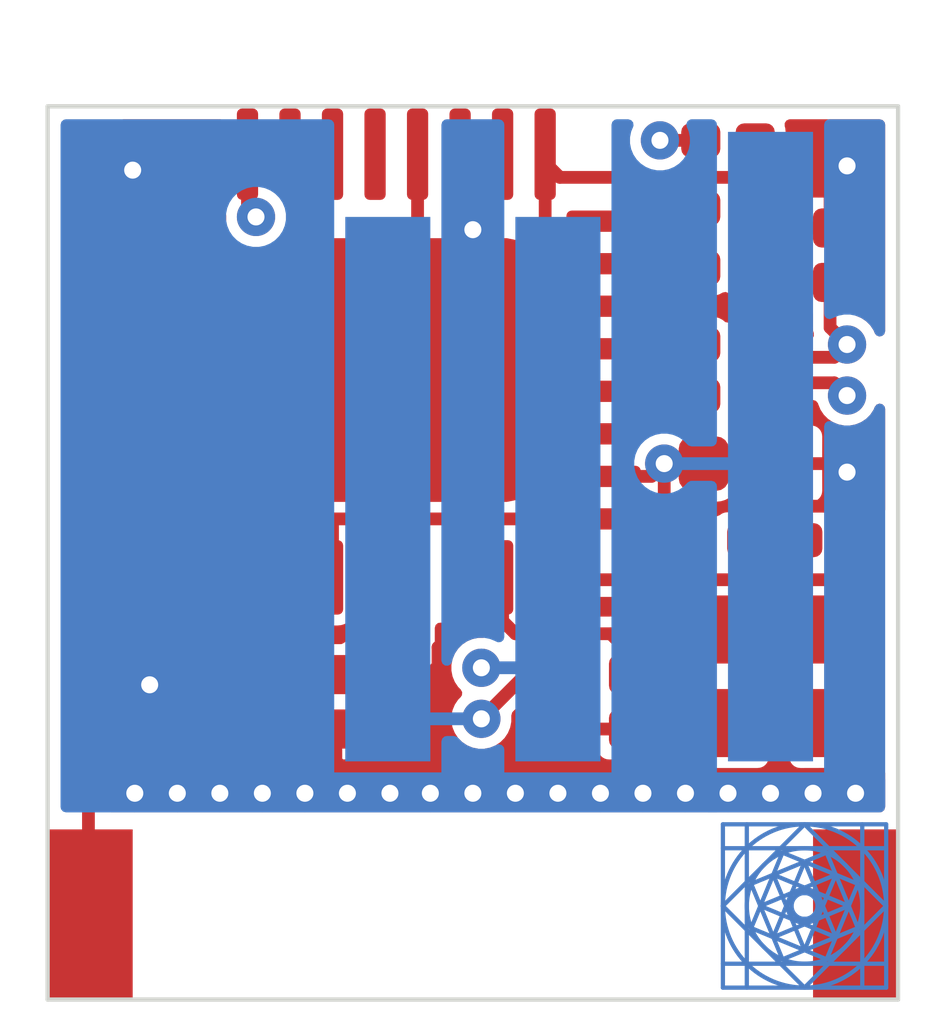
<source format=kicad_pcb>
(kicad_pcb (version 20171130) (host pcbnew "(5.1.6)-1")

  (general
    (thickness 0.6)
    (drawings 5)
    (tracks 240)
    (zones 0)
    (modules 27)
    (nets 21)
  )

  (page A4)
  (layers
    (0 F.Cu mixed)
    (1 In1.Cu signal)
    (2 In2.Cu signal)
    (31 B.Cu mixed)
    (32 B.Adhes user)
    (33 F.Adhes user)
    (34 B.Paste user)
    (35 F.Paste user)
    (36 B.SilkS user)
    (37 F.SilkS user)
    (38 B.Mask user)
    (39 F.Mask user)
    (40 Dwgs.User user hide)
    (41 Cmts.User user hide)
    (42 Eco1.User user)
    (43 Eco2.User user)
    (44 Edge.Cuts user)
    (45 Margin user)
    (46 B.CrtYd user)
    (47 F.CrtYd user)
    (48 B.Fab user)
    (49 F.Fab user)
  )

  (setup
    (last_trace_width 0.09)
    (user_trace_width 0.15)
    (trace_clearance 0.09)
    (zone_clearance 0.127)
    (zone_45_only no)
    (trace_min 0.0889)
    (via_size 0.45)
    (via_drill 0.2)
    (via_min_size 0.45)
    (via_min_drill 0.2)
    (uvia_size 0.45)
    (uvia_drill 0.2)
    (uvias_allowed no)
    (uvia_min_size 0.45)
    (uvia_min_drill 0.2)
    (edge_width 0.05)
    (segment_width 0.2)
    (pcb_text_width 0.3)
    (pcb_text_size 1.5 1.5)
    (mod_edge_width 0.12)
    (mod_text_size 1 1)
    (mod_text_width 0.15)
    (pad_size 1.524 1.524)
    (pad_drill 0.762)
    (pad_to_mask_clearance 0)
    (aux_axis_origin 0 0)
    (visible_elements 7FFFF7FF)
    (pcbplotparams
      (layerselection 0x010fc_ffffffff)
      (usegerberextensions false)
      (usegerberattributes true)
      (usegerberadvancedattributes true)
      (creategerberjobfile true)
      (excludeedgelayer true)
      (linewidth 0.100000)
      (plotframeref false)
      (viasonmask false)
      (mode 1)
      (useauxorigin false)
      (hpglpennumber 1)
      (hpglpenspeed 20)
      (hpglpendiameter 15.000000)
      (psnegative false)
      (psa4output false)
      (plotreference true)
      (plotvalue true)
      (plotinvisibletext false)
      (padsonsilk false)
      (subtractmaskfromsilk false)
      (outputformat 1)
      (mirror false)
      (drillshape 1)
      (scaleselection 1)
      (outputdirectory ""))
  )

  (net 0 "")
  (net 1 "Net-(AE1-Pad1)")
  (net 2 +5V)
  (net 3 GND)
  (net 4 "Net-(C2-Pad1)")
  (net 5 "Net-(C3-Pad2)")
  (net 6 "Net-(C4-Pad2)")
  (net 7 "Net-(C5-Pad2)")
  (net 8 +3V3)
  (net 9 "Net-(C7-Pad1)")
  (net 10 "Net-(C8-Pad2)")
  (net 11 /P_D+)
  (net 12 /P_D-)
  (net 13 "Net-(L1-Pad2)")
  (net 14 "Net-(L1-Pad1)")
  (net 15 /U_D+)
  (net 16 /U_D-)
  (net 17 "Net-(R3-Pad1)")
  (net 18 "Net-(R4-Pad1)")
  (net 19 "Net-(R5-Pad2)")
  (net 20 "Net-(D4-Pad1)")

  (net_class Default "This is the default net class."
    (clearance 0.09)
    (trace_width 0.09)
    (via_dia 0.45)
    (via_drill 0.2)
    (uvia_dia 0.45)
    (uvia_drill 0.2)
    (diff_pair_width 0.15)
    (diff_pair_gap 0.15)
    (add_net +3V3)
    (add_net +5V)
    (add_net /P_D+)
    (add_net /P_D-)
    (add_net /U_D+)
    (add_net /U_D-)
    (add_net GND)
    (add_net "Net-(AE1-Pad1)")
    (add_net "Net-(C2-Pad1)")
    (add_net "Net-(C3-Pad2)")
    (add_net "Net-(C4-Pad2)")
    (add_net "Net-(C5-Pad2)")
    (add_net "Net-(C7-Pad1)")
    (add_net "Net-(C8-Pad2)")
    (add_net "Net-(D4-Pad1)")
    (add_net "Net-(L1-Pad1)")
    (add_net "Net-(L1-Pad2)")
    (add_net "Net-(R3-Pad1)")
    (add_net "Net-(R4-Pad1)")
    (add_net "Net-(R5-Pad2)")
  )

  (module Package_DFN_QFN:QFN-32-1EP_5x5mm_P0.5mm_EP3.1x3.1mm (layer F.Cu) (tedit 604B15EF) (tstamp 603E03AE)
    (at 4.1 3.1 180)
    (descr "QFN, 32 Pin (http://ww1.microchip.com/downloads/en/DeviceDoc/8008S.pdf (Page 20)), generated with kicad-footprint-generator ipc_dfn_qfn_generator.py")
    (tags "QFN DFN_QFN")
    (path /603EBE32)
    (attr smd)
    (fp_text reference U1 (at 0 -3.82 180) (layer Cmts.User) hide
      (effects (font (size 1 1) (thickness 0.15)))
    )
    (fp_text value nRF24LU1+ (at 0 3.82 180) (layer Cmts.User) hide
      (effects (font (size 1 1) (thickness 0.15)))
    )
    (fp_line (start 3.12 -3.12) (end -3.12 -3.12) (layer F.CrtYd) (width 0.05))
    (fp_line (start 3.12 3.12) (end 3.12 -3.12) (layer F.CrtYd) (width 0.05))
    (fp_line (start -3.12 3.12) (end 3.12 3.12) (layer F.CrtYd) (width 0.05))
    (fp_line (start -3.12 -3.12) (end -3.12 3.12) (layer F.CrtYd) (width 0.05))
    (fp_line (start -2.5 -1.5) (end -1.5 -2.5) (layer F.Fab) (width 0.1))
    (fp_line (start -2.5 2.5) (end -2.5 -1.5) (layer F.Fab) (width 0.1))
    (fp_line (start 2.5 2.5) (end -2.5 2.5) (layer F.Fab) (width 0.1))
    (fp_line (start 2.5 -2.5) (end 2.5 2.5) (layer F.Fab) (width 0.1))
    (fp_line (start -1.5 -2.5) (end 2.5 -2.5) (layer F.Fab) (width 0.1))
    (fp_line (start -2.135 -2.61) (end -2.61 -2.61) (layer Cmts.User) (width 0.12))
    (fp_line (start 2.61 2.61) (end 2.61 2.135) (layer Cmts.User) (width 0.12))
    (fp_line (start 2.135 2.61) (end 2.61 2.61) (layer Cmts.User) (width 0.12))
    (fp_line (start -2.61 2.61) (end -2.61 2.135) (layer Cmts.User) (width 0.12))
    (fp_line (start -2.135 2.61) (end -2.61 2.61) (layer Cmts.User) (width 0.12))
    (fp_line (start 2.61 -2.61) (end 2.61 -2.135) (layer Cmts.User) (width 0.12))
    (fp_line (start 2.135 -2.61) (end 2.61 -2.61) (layer Cmts.User) (width 0.12))
    (fp_text user %R (at 0 0 180) (layer Cmts.User) hide
      (effects (font (size 1 1) (thickness 0.15)))
    )
    (pad 32 smd roundrect (at -1.75 -2.4375 180) (size 0.25 0.875) (layers F.Cu F.Paste F.Mask) (roundrect_rratio 0.25)
      (net 4 "Net-(C2-Pad1)"))
    (pad 31 smd roundrect (at -1.25 -2.4375 180) (size 0.25 0.875) (layers F.Cu F.Paste F.Mask) (roundrect_rratio 0.25)
      (net 5 "Net-(C3-Pad2)"))
    (pad 30 smd roundrect (at -0.75 -2.4375 180) (size 0.25 0.875) (layers F.Cu F.Paste F.Mask) (roundrect_rratio 0.25)
      (net 3 GND))
    (pad 29 smd roundrect (at -0.25 -2.4375 180) (size 0.25 0.875) (layers F.Cu F.Paste F.Mask) (roundrect_rratio 0.25)
      (net 6 "Net-(C4-Pad2)"))
    (pad 28 smd roundrect (at 0.25 -2.4375 180) (size 0.25 0.875) (layers F.Cu F.Paste F.Mask) (roundrect_rratio 0.25)
      (net 7 "Net-(C5-Pad2)"))
    (pad 27 smd roundrect (at 0.75 -2.4375 180) (size 0.25 0.875) (layers F.Cu F.Paste F.Mask) (roundrect_rratio 0.25)
      (net 8 +3V3))
    (pad 26 smd roundrect (at 1.25 -2.4375 180) (size 0.25 0.875) (layers F.Cu F.Paste F.Mask) (roundrect_rratio 0.25)
      (net 3 GND))
    (pad 25 smd roundrect (at 1.75 -2.4375 180) (size 0.25 0.875) (layers F.Cu F.Paste F.Mask) (roundrect_rratio 0.25)
      (net 19 "Net-(R5-Pad2)"))
    (pad 24 smd roundrect (at 2.4375 -1.75 180) (size 0.875 0.25) (layers F.Cu F.Paste F.Mask) (roundrect_rratio 0.25)
      (net 8 +3V3))
    (pad 23 smd roundrect (at 2.4375 -1.25 180) (size 0.875 0.25) (layers F.Cu F.Paste F.Mask) (roundrect_rratio 0.25)
      (net 3 GND))
    (pad 22 smd roundrect (at 2.4375 -0.75 180) (size 0.875 0.25) (layers F.Cu F.Paste F.Mask) (roundrect_rratio 0.25)
      (net 14 "Net-(L1-Pad1)"))
    (pad 21 smd roundrect (at 2.4375 -0.25 180) (size 0.875 0.25) (layers F.Cu F.Paste F.Mask) (roundrect_rratio 0.25)
      (net 13 "Net-(L1-Pad2)"))
    (pad 20 smd roundrect (at 2.4375 0.25 180) (size 0.875 0.25) (layers F.Cu F.Paste F.Mask) (roundrect_rratio 0.25)
      (net 9 "Net-(C7-Pad1)"))
    (pad 19 smd roundrect (at 2.4375 0.75 180) (size 0.875 0.25) (layers F.Cu F.Paste F.Mask) (roundrect_rratio 0.25)
      (net 8 +3V3))
    (pad 18 smd roundrect (at 2.4375 1.25 180) (size 0.875 0.25) (layers F.Cu F.Paste F.Mask) (roundrect_rratio 0.25)
      (net 3 GND))
    (pad 17 smd roundrect (at 2.4375 1.75 180) (size 0.875 0.25) (layers F.Cu F.Paste F.Mask) (roundrect_rratio 0.25)
      (net 3 GND))
    (pad 16 smd roundrect (at 1.75 2.5375 180) (size 0.25 1.075) (layers F.Cu F.Paste F.Mask) (roundrect_rratio 0.25)
      (net 20 "Net-(D4-Pad1)"))
    (pad 15 smd roundrect (at 1.25 2.5375 180) (size 0.25 1.075) (layers F.Cu F.Paste F.Mask) (roundrect_rratio 0.25))
    (pad 14 smd roundrect (at 0.75 2.5375 180) (size 0.25 1.075) (layers F.Cu F.Paste F.Mask) (roundrect_rratio 0.25))
    (pad 13 smd roundrect (at 0.25 2.5375 180) (size 0.25 1.075) (layers F.Cu F.Paste F.Mask) (roundrect_rratio 0.25))
    (pad 12 smd roundrect (at -0.25 2.5375 180) (size 0.25 1.075) (layers F.Cu F.Paste F.Mask) (roundrect_rratio 0.25)
      (net 3 GND))
    (pad 11 smd roundrect (at -0.75 2.5375 180) (size 0.25 1.075) (layers F.Cu F.Paste F.Mask) (roundrect_rratio 0.25))
    (pad 10 smd roundrect (at -1.25 2.5375 180) (size 0.25 1.075) (layers F.Cu F.Paste F.Mask) (roundrect_rratio 0.25))
    (pad 9 smd roundrect (at -1.75 2.5375 180) (size 0.25 1.075) (layers F.Cu F.Paste F.Mask) (roundrect_rratio 0.25)
      (net 8 +3V3))
    (pad 8 smd roundrect (at -2.4375 1.75 180) (size 0.875 0.25) (layers F.Cu F.Paste F.Mask) (roundrect_rratio 0.25)
      (net 18 "Net-(R4-Pad1)"))
    (pad 7 smd roundrect (at -2.4375 1.25 180) (size 0.875 0.25) (layers F.Cu F.Paste F.Mask) (roundrect_rratio 0.25)
      (net 17 "Net-(R3-Pad1)"))
    (pad 6 smd roundrect (at -2.4375 0.75 180) (size 0.875 0.25) (layers F.Cu F.Paste F.Mask) (roundrect_rratio 0.25)
      (net 3 GND))
    (pad 5 smd roundrect (at -2.4375 0.25 180) (size 0.875 0.25) (layers F.Cu F.Paste F.Mask) (roundrect_rratio 0.25)
      (net 16 /U_D-))
    (pad 4 smd roundrect (at -2.4375 -0.25 180) (size 0.875 0.25) (layers F.Cu F.Paste F.Mask) (roundrect_rratio 0.25)
      (net 15 /U_D+))
    (pad 3 smd roundrect (at -2.4375 -0.75 180) (size 0.875 0.25) (layers F.Cu F.Paste F.Mask) (roundrect_rratio 0.25)
      (net 8 +3V3))
    (pad 2 smd roundrect (at -2.4375 -1.25 180) (size 0.875 0.25) (layers F.Cu F.Paste F.Mask) (roundrect_rratio 0.25)
      (net 2 +5V))
    (pad 1 smd roundrect (at -2.4375 -1.75 180) (size 0.875 0.25) (layers F.Cu F.Paste F.Mask) (roundrect_rratio 0.25)
      (net 8 +3V3))
    (pad "" smd roundrect (at 1.03 1.03 180) (size 0.83 0.83) (layers F.Paste) (roundrect_rratio 0.25))
    (pad "" smd roundrect (at 1.03 0 180) (size 0.83 0.83) (layers F.Paste) (roundrect_rratio 0.25))
    (pad "" smd roundrect (at 1.03 -1.03 180) (size 0.83 0.83) (layers F.Paste) (roundrect_rratio 0.25))
    (pad "" smd roundrect (at 0 1.03 180) (size 0.83 0.83) (layers F.Paste) (roundrect_rratio 0.25))
    (pad "" smd roundrect (at 0 0 180) (size 0.83 0.83) (layers F.Paste) (roundrect_rratio 0.25))
    (pad "" smd roundrect (at 0 -1.03 180) (size 0.83 0.83) (layers F.Paste) (roundrect_rratio 0.25))
    (pad "" smd roundrect (at -1.03 1.03 180) (size 0.83 0.83) (layers F.Paste) (roundrect_rratio 0.25))
    (pad "" smd roundrect (at -1.03 0 180) (size 0.83 0.83) (layers F.Paste) (roundrect_rratio 0.25))
    (pad "" smd roundrect (at -1.03 -1.03 180) (size 0.83 0.83) (layers F.Paste) (roundrect_rratio 0.25))
    (pad 33 smd roundrect (at 0 0 180) (size 3.1 3.1) (layers F.Cu F.Mask) (roundrect_rratio 0.08064499999999999)
      (net 3 GND))
    (model ${KISYS3DMOD}/Package_DFN_QFN.3dshapes/QFN-32-1EP_5x5mm_P0.5mm_EP3.1x3.1mm.wrl
      (at (xyz 0 0 0))
      (scale (xyz 1 1 1))
      (rotate (xyz 0 0 0))
    )
  )

  (module Symbol:stanlazy_1.9mm_mask locked (layer B.Cu) (tedit 6045B3FA) (tstamp 60467CE1)
    (at 8.9 9.4)
    (fp_text reference REF** (at 0 -0.5) (layer Cmts.User) hide
      (effects (font (size 1 1) (thickness 0.15)) (justify mirror))
    )
    (fp_text value stanlazy_1.9mm_mask (at 0 0.5) (layer Cmts.User) hide
      (effects (font (size 1 1) (thickness 0.15)) (justify mirror))
    )
    (fp_line (start 0.215203 -0.000001) (end -0.000001 -0.215204) (layer B.Mask) (width 0.05))
    (fp_line (start 0.152172 -0.152173) (end -0.152173 -0.152173) (layer B.Mask) (width 0.05))
    (fp_line (start -0.367377 0.367376) (end 0 -0.519549) (layer B.Mask) (width 0.05))
    (fp_line (start -0.519549 0) (end 0.367376 0.367376) (layer B.Mask) (width 0.05))
    (fp_line (start -0.96 -0.678823) (end -0.678823 -0.678823) (layer B.Mask) (width 0.05))
    (fp_line (start 0.678822 -0.96) (end 0.678822 -0.678823) (layer B.Mask) (width 0.05))
    (fp_curve (pts (xy -0.000001 -0.152173) (xy -0.084043 -0.152173) (xy -0.152173 -0.084043) (xy -0.152173 -0.000001)) (layer B.Mask) (width 0.05))
    (fp_line (start 0.152172 0.152172) (end 0.152172 -0.152173) (layer B.Mask) (width 0.05))
    (fp_line (start -0.367377 0.367376) (end 0.519548 0) (layer B.Mask) (width 0.05))
    (fp_line (start -0.152173 0.152172) (end 0.152172 0.152172) (layer B.Mask) (width 0.05))
    (fp_line (start 0.367376 0.367376) (end 0 -0.519549) (layer B.Mask) (width 0.05))
    (fp_line (start -0.152173 -0.152173) (end -0.152173 0.152172) (layer B.Mask) (width 0.05))
    (fp_line (start -0.000001 -0.215204) (end -0.215204 0) (layer B.Mask) (width 0.05))
    (fp_line (start 0 0.519548) (end 0.367376 -0.367377) (layer B.Mask) (width 0.05))
    (fp_curve (pts (xy -0.000001 0.152172) (xy 0.084042 0.152172) (xy 0.152172 0.084042) (xy 0.152172 -0.000001)) (layer B.Mask) (width 0.05))
    (fp_line (start -0.215204 0) (end -0.000001 0.215203) (layer B.Mask) (width 0.05))
    (fp_line (start -0.000001 0.215203) (end 0.215203 -0.000001) (layer B.Mask) (width 0.05))
    (fp_line (start 0.96 -0.678823) (end 0.678822 -0.678823) (layer B.Mask) (width 0.05))
    (fp_line (start 0.519548 0) (end -0.367377 -0.367377) (layer B.Mask) (width 0.05))
    (fp_line (start -0.367377 -0.367377) (end 0 0.519548) (layer B.Mask) (width 0.05))
    (fp_line (start 0.367376 -0.367377) (end -0.519549 0) (layer B.Mask) (width 0.05))
    (fp_curve (pts (xy -0.152173 -0.000001) (xy -0.152173 0.084042) (xy -0.084043 0.152172) (xy -0.000001 0.152172)) (layer B.Mask) (width 0.05))
    (fp_curve (pts (xy 0.152172 -0.000001) (xy 0.152172 -0.084043) (xy 0.084042 -0.152173) (xy -0.000001 -0.152173)) (layer B.Mask) (width 0.05))
    (fp_line (start -0.960001 0) (end 0 0.959999) (layer B.Mask) (width 0.05))
    (fp_line (start 0.96 0) (end -0.000001 -0.96) (layer B.Mask) (width 0.05))
    (fp_curve (pts (xy 0.48 -0.48) (xy 0.214903 -0.745097) (xy -0.214904 -0.745097) (xy -0.48 -0.48)) (layer B.Mask) (width 0.05))
    (fp_line (start -0.96 0.96) (end 0.96 0.96) (layer B.Mask) (width 0.05))
    (fp_line (start -0.96 -0.96) (end -0.96 0.96) (layer B.Mask) (width 0.05))
    (fp_line (start 0.96 -0.96) (end -0.96 -0.96) (layer B.Mask) (width 0.05))
    (fp_line (start -0.627151 0.259774) (end 0.259774 0.62715) (layer B.Mask) (width 0.05))
    (fp_curve (pts (xy -0.48 -0.48) (xy -0.745097 -0.214904) (xy -0.745097 0.214903) (xy -0.48 0.48)) (layer B.Mask) (width 0.05))
    (fp_curve (pts (xy 0 0.96) (xy 0.530193 0.96) (xy 0.96 0.530193) (xy 0.96 0)) (layer B.Mask) (width 0.05))
    (fp_line (start 0.678822 0.678822) (end 0.678822 -0.678823) (layer B.Mask) (width 0.05))
    (fp_line (start -0.678823 0.678822) (end 0.678822 0.678822) (layer B.Mask) (width 0.05))
    (fp_line (start -0.678823 -0.678823) (end -0.678823 0.678822) (layer B.Mask) (width 0.05))
    (fp_curve (pts (xy 0.48 0.48) (xy 0.745096 0.214903) (xy 0.745096 -0.214904) (xy 0.48 -0.48)) (layer B.Mask) (width 0.05))
    (fp_line (start 0 0.959999) (end 0.96 0) (layer B.Mask) (width 0.05))
    (fp_line (start 0.678822 -0.678823) (end -0.678823 -0.678823) (layer B.Mask) (width 0.05))
    (fp_line (start -0.000001 -0.96) (end -0.960001 0) (layer B.Mask) (width 0.05))
    (fp_line (start 0.62715 0.259774) (end 0.259774 -0.627151) (layer B.Mask) (width 0.05))
    (fp_curve (pts (xy 0.96 0) (xy 0.96 -0.530194) (xy 0.530193 -0.96) (xy 0 -0.96)) (layer B.Mask) (width 0.05))
    (fp_line (start 0.96 0.96) (end 0.96 -0.96) (layer B.Mask) (width 0.05))
    (fp_line (start -0.627151 -0.259775) (end -0.259775 0.62715) (layer B.Mask) (width 0.05))
    (fp_line (start -0.678823 -0.96) (end -0.678823 -0.678823) (layer B.Mask) (width 0.05))
    (fp_line (start -0.96 0.678822) (end -0.678823 0.678822) (layer B.Mask) (width 0.05))
    (fp_curve (pts (xy -0.48 0.48) (xy -0.214904 0.745096) (xy 0.214903 0.745096) (xy 0.48 0.48)) (layer B.Mask) (width 0.05))
    (fp_line (start -0.678823 0.96) (end -0.678823 0.678822) (layer B.Mask) (width 0.05))
    (fp_line (start 0.96 0.678822) (end 0.678822 0.678822) (layer B.Mask) (width 0.05))
    (fp_line (start 0.678822 0.678822) (end 0.678822 0.96) (layer B.Mask) (width 0.05))
    (fp_line (start 0.259774 0.62715) (end 0.62715 -0.259775) (layer B.Mask) (width 0.05))
    (fp_line (start 0.62715 -0.259775) (end -0.259775 -0.627151) (layer B.Mask) (width 0.05))
    (fp_line (start -0.259775 -0.627151) (end -0.627151 0.259774) (layer B.Mask) (width 0.05))
    (fp_curve (pts (xy -0.96 0) (xy -0.96 0.530193) (xy -0.530194 0.96) (xy 0 0.96)) (layer B.Mask) (width 0.05))
    (fp_line (start -0.259775 0.62715) (end 0.62715 0.259774) (layer B.Mask) (width 0.05))
    (fp_line (start 0.259774 -0.627151) (end -0.627151 -0.259775) (layer B.Mask) (width 0.05))
    (fp_curve (pts (xy 0 -0.96) (xy -0.530194 -0.96) (xy -0.96 -0.530194) (xy -0.96 0)) (layer B.Mask) (width 0.05))
  )

  (module Symbol:stanlazy_1.9mm_copper locked (layer B.Cu) (tedit 6045B3FA) (tstamp 604679A6)
    (at 8.9 9.4)
    (fp_text reference REF** (at 0 -0.5) (layer Cmts.User) hide
      (effects (font (size 1 1) (thickness 0.15)) (justify mirror))
    )
    (fp_text value stanlazy_1.9mm_copper (at 0 0.5) (layer Cmts.User) hide
      (effects (font (size 1 1) (thickness 0.15)) (justify mirror))
    )
    (fp_line (start 0.215203 -0.000001) (end -0.000001 -0.215204) (layer B.Cu) (width 0.05))
    (fp_line (start 0.152172 -0.152173) (end -0.152173 -0.152173) (layer B.Cu) (width 0.05))
    (fp_line (start -0.367377 0.367376) (end 0 -0.519549) (layer B.Cu) (width 0.05))
    (fp_line (start -0.519549 0) (end 0.367376 0.367376) (layer B.Cu) (width 0.05))
    (fp_line (start -0.96 -0.678823) (end -0.678823 -0.678823) (layer B.Cu) (width 0.05))
    (fp_line (start 0.678822 -0.96) (end 0.678822 -0.678823) (layer B.Cu) (width 0.05))
    (fp_curve (pts (xy -0.000001 -0.152173) (xy -0.084043 -0.152173) (xy -0.152173 -0.084043) (xy -0.152173 -0.000001)) (layer B.Cu) (width 0.05))
    (fp_line (start 0.152172 0.152172) (end 0.152172 -0.152173) (layer B.Cu) (width 0.05))
    (fp_line (start -0.367377 0.367376) (end 0.519548 0) (layer B.Cu) (width 0.05))
    (fp_line (start -0.152173 0.152172) (end 0.152172 0.152172) (layer B.Cu) (width 0.05))
    (fp_line (start 0.367376 0.367376) (end 0 -0.519549) (layer B.Cu) (width 0.05))
    (fp_line (start -0.152173 -0.152173) (end -0.152173 0.152172) (layer B.Cu) (width 0.05))
    (fp_line (start -0.000001 -0.215204) (end -0.215204 0) (layer B.Cu) (width 0.05))
    (fp_line (start 0 0.519548) (end 0.367376 -0.367377) (layer B.Cu) (width 0.05))
    (fp_curve (pts (xy -0.000001 0.152172) (xy 0.084042 0.152172) (xy 0.152172 0.084042) (xy 0.152172 -0.000001)) (layer B.Cu) (width 0.05))
    (fp_line (start -0.215204 0) (end -0.000001 0.215203) (layer B.Cu) (width 0.05))
    (fp_line (start -0.000001 0.215203) (end 0.215203 -0.000001) (layer B.Cu) (width 0.05))
    (fp_line (start 0.96 -0.678823) (end 0.678822 -0.678823) (layer B.Cu) (width 0.05))
    (fp_line (start 0.519548 0) (end -0.367377 -0.367377) (layer B.Cu) (width 0.05))
    (fp_line (start -0.367377 -0.367377) (end 0 0.519548) (layer B.Cu) (width 0.05))
    (fp_line (start 0.367376 -0.367377) (end -0.519549 0) (layer B.Cu) (width 0.05))
    (fp_curve (pts (xy -0.152173 -0.000001) (xy -0.152173 0.084042) (xy -0.084043 0.152172) (xy -0.000001 0.152172)) (layer B.Cu) (width 0.05))
    (fp_curve (pts (xy 0.152172 -0.000001) (xy 0.152172 -0.084043) (xy 0.084042 -0.152173) (xy -0.000001 -0.152173)) (layer B.Cu) (width 0.05))
    (fp_line (start -0.960001 0) (end 0 0.959999) (layer B.Cu) (width 0.05))
    (fp_line (start 0.96 0) (end -0.000001 -0.96) (layer B.Cu) (width 0.05))
    (fp_curve (pts (xy 0.48 -0.48) (xy 0.214903 -0.745097) (xy -0.214904 -0.745097) (xy -0.48 -0.48)) (layer B.Cu) (width 0.05))
    (fp_line (start -0.96 0.96) (end 0.96 0.96) (layer B.Cu) (width 0.05))
    (fp_line (start -0.96 -0.96) (end -0.96 0.96) (layer B.Cu) (width 0.05))
    (fp_line (start 0.96 -0.96) (end -0.96 -0.96) (layer B.Cu) (width 0.05))
    (fp_line (start -0.627151 0.259774) (end 0.259774 0.62715) (layer B.Cu) (width 0.05))
    (fp_curve (pts (xy -0.48 -0.48) (xy -0.745097 -0.214904) (xy -0.745097 0.214903) (xy -0.48 0.48)) (layer B.Cu) (width 0.05))
    (fp_curve (pts (xy 0 0.96) (xy 0.530193 0.96) (xy 0.96 0.530193) (xy 0.96 0)) (layer B.Cu) (width 0.05))
    (fp_line (start 0.678822 0.678822) (end 0.678822 -0.678823) (layer B.Cu) (width 0.05))
    (fp_line (start -0.678823 0.678822) (end 0.678822 0.678822) (layer B.Cu) (width 0.05))
    (fp_line (start -0.678823 -0.678823) (end -0.678823 0.678822) (layer B.Cu) (width 0.05))
    (fp_curve (pts (xy 0.48 0.48) (xy 0.745096 0.214903) (xy 0.745096 -0.214904) (xy 0.48 -0.48)) (layer B.Cu) (width 0.05))
    (fp_line (start 0 0.959999) (end 0.96 0) (layer B.Cu) (width 0.05))
    (fp_line (start 0.678822 -0.678823) (end -0.678823 -0.678823) (layer B.Cu) (width 0.05))
    (fp_line (start -0.000001 -0.96) (end -0.960001 0) (layer B.Cu) (width 0.05))
    (fp_line (start 0.62715 0.259774) (end 0.259774 -0.627151) (layer B.Cu) (width 0.05))
    (fp_curve (pts (xy 0.96 0) (xy 0.96 -0.530194) (xy 0.530193 -0.96) (xy 0 -0.96)) (layer B.Cu) (width 0.05))
    (fp_line (start 0.96 0.96) (end 0.96 -0.96) (layer B.Cu) (width 0.05))
    (fp_line (start -0.627151 -0.259775) (end -0.259775 0.62715) (layer B.Cu) (width 0.05))
    (fp_line (start -0.678823 -0.96) (end -0.678823 -0.678823) (layer B.Cu) (width 0.05))
    (fp_line (start -0.96 0.678822) (end -0.678823 0.678822) (layer B.Cu) (width 0.05))
    (fp_curve (pts (xy -0.48 0.48) (xy -0.214904 0.745096) (xy 0.214903 0.745096) (xy 0.48 0.48)) (layer B.Cu) (width 0.05))
    (fp_line (start -0.678823 0.96) (end -0.678823 0.678822) (layer B.Cu) (width 0.05))
    (fp_line (start 0.96 0.678822) (end 0.678822 0.678822) (layer B.Cu) (width 0.05))
    (fp_line (start 0.678822 0.678822) (end 0.678822 0.96) (layer B.Cu) (width 0.05))
    (fp_line (start 0.259774 0.62715) (end 0.62715 -0.259775) (layer B.Cu) (width 0.05))
    (fp_line (start 0.62715 -0.259775) (end -0.259775 -0.627151) (layer B.Cu) (width 0.05))
    (fp_line (start -0.259775 -0.627151) (end -0.627151 0.259774) (layer B.Cu) (width 0.05))
    (fp_curve (pts (xy -0.96 0) (xy -0.96 0.530193) (xy -0.530194 0.96) (xy 0 0.96)) (layer B.Cu) (width 0.05))
    (fp_line (start -0.259775 0.62715) (end 0.62715 0.259774) (layer B.Cu) (width 0.05))
    (fp_line (start 0.259774 -0.627151) (end -0.627151 -0.259775) (layer B.Cu) (width 0.05))
    (fp_curve (pts (xy 0 -0.96) (xy -0.530194 -0.96) (xy -0.96 -0.530194) (xy -0.96 0)) (layer B.Cu) (width 0.05))
  )

  (module RF_Antenna:Rainsun-AN9520 (layer F.Cu) (tedit 603F2178) (tstamp 603DE053)
    (at 5 9.5)
    (path /60406554)
    (fp_text reference AE1 (at -4.75 0.5) (layer Cmts.User) hide
      (effects (font (size 1 1) (thickness 0.15)))
    )
    (fp_text value Antenna (at 0 -0.5) (layer Cmts.User) hide
      (effects (font (size 1 1) (thickness 0.15)))
    )
    (fp_line (start 4.75 -1) (end -4.75 -1) (layer F.Fab) (width 0.12))
    (fp_line (start 4.75 1) (end 4.75 -1) (layer F.Fab) (width 0.12))
    (fp_line (start -4.75 1) (end 4.75 1) (layer F.Fab) (width 0.12))
    (fp_line (start -4.75 -1) (end -4.75 1) (layer F.Fab) (width 0.12))
    (pad 2 smd rect (at 4.5 0) (size 1 2) (layers F.Cu F.Paste F.Mask))
    (pad 1 smd rect (at -4.5 0) (size 1 2) (layers F.Cu F.Paste F.Mask)
      (net 1 "Net-(AE1-Pad1)"))
  )

  (module LED_SMD:LED_0201_0603Metric (layer F.Cu) (tedit 5B301BBE) (tstamp 603F57C4)
    (at 8 0.4)
    (descr "LED SMD 0201 (0603 Metric), square (rectangular) end terminal, IPC_7351 nominal, (Body size source: https://www.vishay.com/docs/20052/crcw0201e3.pdf), generated with kicad-footprint-generator")
    (tags LED)
    (path /603F34E5)
    (attr smd)
    (fp_text reference D4 (at 0 -1.05) (layer Cmts.User) hide
      (effects (font (size 1 1) (thickness 0.15)))
    )
    (fp_text value LED (at 0 1.05) (layer Cmts.User) hide
      (effects (font (size 1 1) (thickness 0.15)))
    )
    (fp_line (start 0.7 0.35) (end -0.7 0.35) (layer F.CrtYd) (width 0.05))
    (fp_line (start 0.7 -0.35) (end 0.7 0.35) (layer F.CrtYd) (width 0.05))
    (fp_line (start -0.7 -0.35) (end 0.7 -0.35) (layer F.CrtYd) (width 0.05))
    (fp_line (start -0.7 0.35) (end -0.7 -0.35) (layer F.CrtYd) (width 0.05))
    (fp_line (start -0.1 0.15) (end -0.1 -0.15) (layer F.Fab) (width 0.1))
    (fp_line (start -0.2 0.15) (end -0.2 -0.15) (layer F.Fab) (width 0.1))
    (fp_line (start 0.3 0.15) (end -0.3 0.15) (layer F.Fab) (width 0.1))
    (fp_line (start 0.3 -0.15) (end 0.3 0.15) (layer F.Fab) (width 0.1))
    (fp_line (start -0.3 -0.15) (end 0.3 -0.15) (layer F.Fab) (width 0.1))
    (fp_line (start -0.3 0.15) (end -0.3 -0.15) (layer F.Fab) (width 0.1))
    (fp_circle (center -0.86 0) (end -0.81 0) (layer Cmts.User) (width 0.1))
    (fp_text user %R (at 0 -0.68) (layer Cmts.User) hide
      (effects (font (size 0.25 0.25) (thickness 0.04)))
    )
    (pad 2 smd roundrect (at 0.32 0) (size 0.46 0.4) (layers F.Cu F.Mask) (roundrect_rratio 0.25)
      (net 8 +3V3))
    (pad 1 smd roundrect (at -0.32 0) (size 0.46 0.4) (layers F.Cu F.Mask) (roundrect_rratio 0.25)
      (net 20 "Net-(D4-Pad1)"))
    (pad "" smd roundrect (at 0.345 0) (size 0.318 0.36) (layers F.Paste) (roundrect_rratio 0.25))
    (pad "" smd roundrect (at -0.345 0) (size 0.318 0.36) (layers F.Paste) (roundrect_rratio 0.25))
    (model ${KISYS3DMOD}/LED_SMD.3dshapes/LED_0201_0603Metric.wrl
      (at (xyz 0 0 0))
      (scale (xyz 1 1 1))
      (rotate (xyz 0 0 0))
    )
  )

  (module Resistor_SMD:R_0201_0603Metric (layer F.Cu) (tedit 5B301BBD) (tstamp 603E0DD6)
    (at 9.2 1.75 270)
    (descr "Resistor SMD 0201 (0603 Metric), square (rectangular) end terminal, IPC_7351 nominal, (Body size source: https://www.vishay.com/docs/20052/crcw0201e3.pdf), generated with kicad-footprint-generator")
    (tags resistor)
    (path /603DF1E4)
    (attr smd)
    (fp_text reference D3 (at 0 -1.05 90) (layer Cmts.User) hide
      (effects (font (size 1 1) (thickness 0.15)))
    )
    (fp_text value TPD1E6B06 (at 0 1.05 90) (layer Cmts.User) hide
      (effects (font (size 1 1) (thickness 0.15)))
    )
    (fp_line (start 0.7 0.35) (end -0.7 0.35) (layer F.CrtYd) (width 0.05))
    (fp_line (start 0.7 -0.35) (end 0.7 0.35) (layer F.CrtYd) (width 0.05))
    (fp_line (start -0.7 -0.35) (end 0.7 -0.35) (layer F.CrtYd) (width 0.05))
    (fp_line (start -0.7 0.35) (end -0.7 -0.35) (layer F.CrtYd) (width 0.05))
    (fp_line (start 0.3 0.15) (end -0.3 0.15) (layer F.Fab) (width 0.1))
    (fp_line (start 0.3 -0.15) (end 0.3 0.15) (layer F.Fab) (width 0.1))
    (fp_line (start -0.3 -0.15) (end 0.3 -0.15) (layer F.Fab) (width 0.1))
    (fp_line (start -0.3 0.15) (end -0.3 -0.15) (layer F.Fab) (width 0.1))
    (fp_text user %R (at 0 -0.68 90) (layer Cmts.User) hide
      (effects (font (size 0.25 0.25) (thickness 0.04)))
    )
    (pad 2 smd roundrect (at 0.32 0 270) (size 0.46 0.4) (layers F.Cu F.Mask) (roundrect_rratio 0.25)
      (net 12 /P_D-))
    (pad 1 smd roundrect (at -0.32 0 270) (size 0.46 0.4) (layers F.Cu F.Mask) (roundrect_rratio 0.25)
      (net 3 GND))
    (pad "" smd roundrect (at 0.345 0 270) (size 0.318 0.36) (layers F.Paste) (roundrect_rratio 0.25))
    (pad "" smd roundrect (at -0.345 0 270) (size 0.318 0.36) (layers F.Paste) (roundrect_rratio 0.25))
    (model ${KISYS3DMOD}/Resistor_SMD.3dshapes/R_0201_0603Metric.wrl
      (at (xyz 0 0 0))
      (scale (xyz 1 1 1))
      (rotate (xyz 0 0 0))
    )
  )

  (module Resistor_SMD:R_0201_0603Metric (layer F.Cu) (tedit 5B301BBD) (tstamp 603E0350)
    (at 6.05 7 90)
    (descr "Resistor SMD 0201 (0603 Metric), square (rectangular) end terminal, IPC_7351 nominal, (Body size source: https://www.vishay.com/docs/20052/crcw0201e3.pdf), generated with kicad-footprint-generator")
    (tags resistor)
    (path /603DE7B8)
    (attr smd)
    (fp_text reference D2 (at 0 -1.05 90) (layer Cmts.User) hide
      (effects (font (size 1 1) (thickness 0.15)))
    )
    (fp_text value TPD1E6B06 (at 0 1.05 90) (layer Cmts.User) hide
      (effects (font (size 1 1) (thickness 0.15)))
    )
    (fp_line (start 0.7 0.35) (end -0.7 0.35) (layer F.CrtYd) (width 0.05))
    (fp_line (start 0.7 -0.35) (end 0.7 0.35) (layer F.CrtYd) (width 0.05))
    (fp_line (start -0.7 -0.35) (end 0.7 -0.35) (layer F.CrtYd) (width 0.05))
    (fp_line (start -0.7 0.35) (end -0.7 -0.35) (layer F.CrtYd) (width 0.05))
    (fp_line (start 0.3 0.15) (end -0.3 0.15) (layer F.Fab) (width 0.1))
    (fp_line (start 0.3 -0.15) (end 0.3 0.15) (layer F.Fab) (width 0.1))
    (fp_line (start -0.3 -0.15) (end 0.3 -0.15) (layer F.Fab) (width 0.1))
    (fp_line (start -0.3 0.15) (end -0.3 -0.15) (layer F.Fab) (width 0.1))
    (fp_text user %R (at 0 -0.68 90) (layer Cmts.User) hide
      (effects (font (size 0.25 0.25) (thickness 0.04)))
    )
    (pad 2 smd roundrect (at 0.32 0 90) (size 0.46 0.4) (layers F.Cu F.Mask) (roundrect_rratio 0.25)
      (net 11 /P_D+))
    (pad 1 smd roundrect (at -0.32 0 90) (size 0.46 0.4) (layers F.Cu F.Mask) (roundrect_rratio 0.25)
      (net 3 GND))
    (pad "" smd roundrect (at 0.345 0 90) (size 0.318 0.36) (layers F.Paste) (roundrect_rratio 0.25))
    (pad "" smd roundrect (at -0.345 0 90) (size 0.318 0.36) (layers F.Paste) (roundrect_rratio 0.25))
    (model ${KISYS3DMOD}/Resistor_SMD.3dshapes/R_0201_0603Metric.wrl
      (at (xyz 0 0 0))
      (scale (xyz 1 1 1))
      (rotate (xyz 0 0 0))
    )
  )

  (module Resistor_SMD:R_0201_0603Metric (layer F.Cu) (tedit 5B301BBD) (tstamp 603E053F)
    (at 7.9 5.1 180)
    (descr "Resistor SMD 0201 (0603 Metric), square (rectangular) end terminal, IPC_7351 nominal, (Body size source: https://www.vishay.com/docs/20052/crcw0201e3.pdf), generated with kicad-footprint-generator")
    (tags resistor)
    (path /603E0438)
    (attr smd)
    (fp_text reference D1 (at 0 -1.05) (layer Cmts.User) hide
      (effects (font (size 1 1) (thickness 0.15)))
    )
    (fp_text value TPD1E6B06 (at 0 1.05) (layer Cmts.User) hide
      (effects (font (size 1 1) (thickness 0.15)))
    )
    (fp_line (start 0.7 0.35) (end -0.7 0.35) (layer F.CrtYd) (width 0.05))
    (fp_line (start 0.7 -0.35) (end 0.7 0.35) (layer F.CrtYd) (width 0.05))
    (fp_line (start -0.7 -0.35) (end 0.7 -0.35) (layer F.CrtYd) (width 0.05))
    (fp_line (start -0.7 0.35) (end -0.7 -0.35) (layer F.CrtYd) (width 0.05))
    (fp_line (start 0.3 0.15) (end -0.3 0.15) (layer F.Fab) (width 0.1))
    (fp_line (start 0.3 -0.15) (end 0.3 0.15) (layer F.Fab) (width 0.1))
    (fp_line (start -0.3 -0.15) (end 0.3 -0.15) (layer F.Fab) (width 0.1))
    (fp_line (start -0.3 0.15) (end -0.3 -0.15) (layer F.Fab) (width 0.1))
    (fp_text user %R (at 0 -0.68) (layer Cmts.User) hide
      (effects (font (size 0.25 0.25) (thickness 0.04)))
    )
    (pad 2 smd roundrect (at 0.32 0 180) (size 0.46 0.4) (layers F.Cu F.Mask) (roundrect_rratio 0.25)
      (net 2 +5V))
    (pad 1 smd roundrect (at -0.32 0 180) (size 0.46 0.4) (layers F.Cu F.Mask) (roundrect_rratio 0.25)
      (net 3 GND))
    (pad "" smd roundrect (at 0.345 0 180) (size 0.318 0.36) (layers F.Paste) (roundrect_rratio 0.25))
    (pad "" smd roundrect (at -0.345 0 180) (size 0.318 0.36) (layers F.Paste) (roundrect_rratio 0.25))
    (model ${KISYS3DMOD}/Resistor_SMD.3dshapes/R_0201_0603Metric.wrl
      (at (xyz 0 0 0))
      (scale (xyz 1 1 1))
      (rotate (xyz 0 0 0))
    )
  )

  (module Crystal:Crystal_SMD_2016-4Pin_2.0x1.6mm (layer F.Cu) (tedit 5A0FD1B2) (tstamp 604B193A)
    (at 8.6 6.7 180)
    (descr "SMD Crystal SERIES SMD2016/4 http://www.q-crystal.com/upload/5/2015552223166229.pdf, 2.0x1.6mm^2 package")
    (tags "SMD SMT crystal")
    (path /603EDC61)
    (attr smd)
    (fp_text reference Y1 (at 0 -2) (layer Cmts.User) hide
      (effects (font (size 1 1) (thickness 0.15)))
    )
    (fp_text value 16M (at 0 2) (layer Cmts.User) hide
      (effects (font (size 1 1) (thickness 0.15)))
    )
    (fp_line (start 1.4 -1.3) (end -1.4 -1.3) (layer F.CrtYd) (width 0.05))
    (fp_line (start 1.4 1.3) (end 1.4 -1.3) (layer F.CrtYd) (width 0.05))
    (fp_line (start -1.4 1.3) (end 1.4 1.3) (layer F.CrtYd) (width 0.05))
    (fp_line (start -1.4 -1.3) (end -1.4 1.3) (layer F.CrtYd) (width 0.05))
    (fp_line (start -1.35 1.15) (end 1.35 1.15) (layer Cmts.User) (width 0.12))
    (fp_line (start -1.35 -1.15) (end -1.35 1.15) (layer Cmts.User) (width 0.12))
    (fp_line (start -1 0.3) (end -0.5 0.8) (layer F.Fab) (width 0.1))
    (fp_line (start -1 -0.7) (end -0.9 -0.8) (layer F.Fab) (width 0.1))
    (fp_line (start -1 0.7) (end -1 -0.7) (layer F.Fab) (width 0.1))
    (fp_line (start -0.9 0.8) (end -1 0.7) (layer F.Fab) (width 0.1))
    (fp_line (start 0.9 0.8) (end -0.9 0.8) (layer F.Fab) (width 0.1))
    (fp_line (start 1 0.7) (end 0.9 0.8) (layer F.Fab) (width 0.1))
    (fp_line (start 1 -0.7) (end 1 0.7) (layer F.Fab) (width 0.1))
    (fp_line (start 0.9 -0.8) (end 1 -0.7) (layer F.Fab) (width 0.1))
    (fp_line (start -0.9 -0.8) (end 0.9 -0.8) (layer F.Fab) (width 0.1))
    (fp_text user %R (at 0 0) (layer Cmts.User) hide
      (effects (font (size 0.5 0.5) (thickness 0.075)))
    )
    (pad 4 smd rect (at -0.7 -0.55 180) (size 0.9 0.8) (layers F.Cu F.Paste F.Mask)
      (net 3 GND))
    (pad 3 smd rect (at 0.7 -0.55 180) (size 0.9 0.8) (layers F.Cu F.Paste F.Mask)
      (net 5 "Net-(C3-Pad2)"))
    (pad 2 smd rect (at 0.7 0.55 180) (size 0.9 0.8) (layers F.Cu F.Paste F.Mask)
      (net 3 GND))
    (pad 1 smd rect (at -0.7 0.55 180) (size 0.9 0.8) (layers F.Cu F.Paste F.Mask)
      (net 4 "Net-(C2-Pad1)"))
    (model ${KISYS3DMOD}/Crystal.3dshapes/Crystal_SMD_2016-4Pin_2.0x1.6mm.wrl
      (at (xyz 0 0 0))
      (scale (xyz 1 1 1))
      (rotate (xyz 0 0 0))
    )
  )

  (module Resistor_SMD:R_0201_0603Metric (layer F.Cu) (tedit 5B301BBD) (tstamp 603E046A)
    (at 2.6 7 90)
    (descr "Resistor SMD 0201 (0603 Metric), square (rectangular) end terminal, IPC_7351 nominal, (Body size source: https://www.vishay.com/docs/20052/crcw0201e3.pdf), generated with kicad-footprint-generator")
    (tags resistor)
    (path /603D88B6)
    (attr smd)
    (fp_text reference R5 (at 0 -1.05 90) (layer Cmts.User) hide
      (effects (font (size 1 1) (thickness 0.15)))
    )
    (fp_text value 22KR (at 0 1.05 90) (layer Cmts.User) hide
      (effects (font (size 1 1) (thickness 0.15)))
    )
    (fp_line (start 0.7 0.35) (end -0.7 0.35) (layer F.CrtYd) (width 0.05))
    (fp_line (start 0.7 -0.35) (end 0.7 0.35) (layer F.CrtYd) (width 0.05))
    (fp_line (start -0.7 -0.35) (end 0.7 -0.35) (layer F.CrtYd) (width 0.05))
    (fp_line (start -0.7 0.35) (end -0.7 -0.35) (layer F.CrtYd) (width 0.05))
    (fp_line (start 0.3 0.15) (end -0.3 0.15) (layer F.Fab) (width 0.1))
    (fp_line (start 0.3 -0.15) (end 0.3 0.15) (layer F.Fab) (width 0.1))
    (fp_line (start -0.3 -0.15) (end 0.3 -0.15) (layer F.Fab) (width 0.1))
    (fp_line (start -0.3 0.15) (end -0.3 -0.15) (layer F.Fab) (width 0.1))
    (fp_text user %R (at 0 -0.68 90) (layer Cmts.User) hide
      (effects (font (size 0.25 0.25) (thickness 0.04)))
    )
    (pad 2 smd roundrect (at 0.32 0 90) (size 0.46 0.4) (layers F.Cu F.Mask) (roundrect_rratio 0.25)
      (net 19 "Net-(R5-Pad2)"))
    (pad 1 smd roundrect (at -0.32 0 90) (size 0.46 0.4) (layers F.Cu F.Mask) (roundrect_rratio 0.25)
      (net 3 GND))
    (pad "" smd roundrect (at 0.345 0 90) (size 0.318 0.36) (layers F.Paste) (roundrect_rratio 0.25))
    (pad "" smd roundrect (at -0.345 0 90) (size 0.318 0.36) (layers F.Paste) (roundrect_rratio 0.25))
    (model ${KISYS3DMOD}/Resistor_SMD.3dshapes/R_0201_0603Metric.wrl
      (at (xyz 0 0 0))
      (scale (xyz 1 1 1))
      (rotate (xyz 0 0 0))
    )
  )

  (module Resistor_SMD:R_0201_0603Metric (layer F.Cu) (tedit 5B301BBD) (tstamp 603E04CA)
    (at 8 1.2)
    (descr "Resistor SMD 0201 (0603 Metric), square (rectangular) end terminal, IPC_7351 nominal, (Body size source: https://www.vishay.com/docs/20052/crcw0201e3.pdf), generated with kicad-footprint-generator")
    (tags resistor)
    (path /6047E412)
    (attr smd)
    (fp_text reference R4 (at 0 -1.05) (layer Cmts.User) hide
      (effects (font (size 1 1) (thickness 0.15)))
    )
    (fp_text value 10KR (at 0 1.05) (layer Cmts.User) hide
      (effects (font (size 1 1) (thickness 0.15)))
    )
    (fp_line (start 0.7 0.35) (end -0.7 0.35) (layer F.CrtYd) (width 0.05))
    (fp_line (start 0.7 -0.35) (end 0.7 0.35) (layer F.CrtYd) (width 0.05))
    (fp_line (start -0.7 -0.35) (end 0.7 -0.35) (layer F.CrtYd) (width 0.05))
    (fp_line (start -0.7 0.35) (end -0.7 -0.35) (layer F.CrtYd) (width 0.05))
    (fp_line (start 0.3 0.15) (end -0.3 0.15) (layer F.Fab) (width 0.1))
    (fp_line (start 0.3 -0.15) (end 0.3 0.15) (layer F.Fab) (width 0.1))
    (fp_line (start -0.3 -0.15) (end 0.3 -0.15) (layer F.Fab) (width 0.1))
    (fp_line (start -0.3 0.15) (end -0.3 -0.15) (layer F.Fab) (width 0.1))
    (fp_text user %R (at 0 -0.68) (layer Cmts.User) hide
      (effects (font (size 0.25 0.25) (thickness 0.04)))
    )
    (pad 2 smd roundrect (at 0.32 0) (size 0.46 0.4) (layers F.Cu F.Mask) (roundrect_rratio 0.25)
      (net 8 +3V3))
    (pad 1 smd roundrect (at -0.32 0) (size 0.46 0.4) (layers F.Cu F.Mask) (roundrect_rratio 0.25)
      (net 18 "Net-(R4-Pad1)"))
    (pad "" smd roundrect (at 0.345 0) (size 0.318 0.36) (layers F.Paste) (roundrect_rratio 0.25))
    (pad "" smd roundrect (at -0.345 0) (size 0.318 0.36) (layers F.Paste) (roundrect_rratio 0.25))
    (model ${KISYS3DMOD}/Resistor_SMD.3dshapes/R_0201_0603Metric.wrl
      (at (xyz 0 0 0))
      (scale (xyz 1 1 1))
      (rotate (xyz 0 0 0))
    )
  )

  (module Resistor_SMD:R_0201_0603Metric (layer F.Cu) (tedit 5B301BBD) (tstamp 603E049A)
    (at 8 1.9)
    (descr "Resistor SMD 0201 (0603 Metric), square (rectangular) end terminal, IPC_7351 nominal, (Body size source: https://www.vishay.com/docs/20052/crcw0201e3.pdf), generated with kicad-footprint-generator")
    (tags resistor)
    (path /6047E147)
    (attr smd)
    (fp_text reference R3 (at 0 -1.05) (layer Cmts.User) hide
      (effects (font (size 1 1) (thickness 0.15)))
    )
    (fp_text value 10KR (at 0 1.05) (layer Cmts.User) hide
      (effects (font (size 1 1) (thickness 0.15)))
    )
    (fp_line (start 0.7 0.35) (end -0.7 0.35) (layer F.CrtYd) (width 0.05))
    (fp_line (start 0.7 -0.35) (end 0.7 0.35) (layer F.CrtYd) (width 0.05))
    (fp_line (start -0.7 -0.35) (end 0.7 -0.35) (layer F.CrtYd) (width 0.05))
    (fp_line (start -0.7 0.35) (end -0.7 -0.35) (layer F.CrtYd) (width 0.05))
    (fp_line (start 0.3 0.15) (end -0.3 0.15) (layer F.Fab) (width 0.1))
    (fp_line (start 0.3 -0.15) (end 0.3 0.15) (layer F.Fab) (width 0.1))
    (fp_line (start -0.3 -0.15) (end 0.3 -0.15) (layer F.Fab) (width 0.1))
    (fp_line (start -0.3 0.15) (end -0.3 -0.15) (layer F.Fab) (width 0.1))
    (fp_text user %R (at 0 -0.68) (layer Cmts.User) hide
      (effects (font (size 0.25 0.25) (thickness 0.04)))
    )
    (pad 2 smd roundrect (at 0.32 0) (size 0.46 0.4) (layers F.Cu F.Mask) (roundrect_rratio 0.25)
      (net 3 GND))
    (pad 1 smd roundrect (at -0.32 0) (size 0.46 0.4) (layers F.Cu F.Mask) (roundrect_rratio 0.25)
      (net 17 "Net-(R3-Pad1)"))
    (pad "" smd roundrect (at 0.345 0) (size 0.318 0.36) (layers F.Paste) (roundrect_rratio 0.25))
    (pad "" smd roundrect (at -0.345 0) (size 0.318 0.36) (layers F.Paste) (roundrect_rratio 0.25))
    (model ${KISYS3DMOD}/Resistor_SMD.3dshapes/R_0201_0603Metric.wrl
      (at (xyz 0 0 0))
      (scale (xyz 1 1 1))
      (rotate (xyz 0 0 0))
    )
  )

  (module Resistor_SMD:R_0201_0603Metric (layer F.Cu) (tedit 5B301BBD) (tstamp 603E043A)
    (at 8 2.8)
    (descr "Resistor SMD 0201 (0603 Metric), square (rectangular) end terminal, IPC_7351 nominal, (Body size source: https://www.vishay.com/docs/20052/crcw0201e3.pdf), generated with kicad-footprint-generator")
    (tags resistor)
    (path /6047DEE0)
    (attr smd)
    (fp_text reference R2 (at 0 -1.05) (layer Cmts.User) hide
      (effects (font (size 1 1) (thickness 0.15)))
    )
    (fp_text value 22R (at 0 1.05) (layer Cmts.User) hide
      (effects (font (size 1 1) (thickness 0.15)))
    )
    (fp_line (start 0.7 0.35) (end -0.7 0.35) (layer F.CrtYd) (width 0.05))
    (fp_line (start 0.7 -0.35) (end 0.7 0.35) (layer F.CrtYd) (width 0.05))
    (fp_line (start -0.7 -0.35) (end 0.7 -0.35) (layer F.CrtYd) (width 0.05))
    (fp_line (start -0.7 0.35) (end -0.7 -0.35) (layer F.CrtYd) (width 0.05))
    (fp_line (start 0.3 0.15) (end -0.3 0.15) (layer F.Fab) (width 0.1))
    (fp_line (start 0.3 -0.15) (end 0.3 0.15) (layer F.Fab) (width 0.1))
    (fp_line (start -0.3 -0.15) (end 0.3 -0.15) (layer F.Fab) (width 0.1))
    (fp_line (start -0.3 0.15) (end -0.3 -0.15) (layer F.Fab) (width 0.1))
    (fp_text user %R (at 0 -0.68) (layer Cmts.User) hide
      (effects (font (size 0.25 0.25) (thickness 0.04)))
    )
    (pad 2 smd roundrect (at 0.32 0) (size 0.46 0.4) (layers F.Cu F.Mask) (roundrect_rratio 0.25)
      (net 12 /P_D-))
    (pad 1 smd roundrect (at -0.32 0) (size 0.46 0.4) (layers F.Cu F.Mask) (roundrect_rratio 0.25)
      (net 16 /U_D-))
    (pad "" smd roundrect (at 0.345 0) (size 0.318 0.36) (layers F.Paste) (roundrect_rratio 0.25))
    (pad "" smd roundrect (at -0.345 0) (size 0.318 0.36) (layers F.Paste) (roundrect_rratio 0.25))
    (model ${KISYS3DMOD}/Resistor_SMD.3dshapes/R_0201_0603Metric.wrl
      (at (xyz 0 0 0))
      (scale (xyz 1 1 1))
      (rotate (xyz 0 0 0))
    )
  )

  (module Resistor_SMD:R_0201_0603Metric (layer F.Cu) (tedit 5B301BBD) (tstamp 603E09F2)
    (at 8 3.4)
    (descr "Resistor SMD 0201 (0603 Metric), square (rectangular) end terminal, IPC_7351 nominal, (Body size source: https://www.vishay.com/docs/20052/crcw0201e3.pdf), generated with kicad-footprint-generator")
    (tags resistor)
    (path /6047CFE8)
    (attr smd)
    (fp_text reference R1 (at 0 -1.05) (layer Cmts.User) hide
      (effects (font (size 1 1) (thickness 0.15)))
    )
    (fp_text value 22R (at 0 1.05) (layer Cmts.User) hide
      (effects (font (size 1 1) (thickness 0.15)))
    )
    (fp_line (start 0.7 0.35) (end -0.7 0.35) (layer F.CrtYd) (width 0.05))
    (fp_line (start 0.7 -0.35) (end 0.7 0.35) (layer F.CrtYd) (width 0.05))
    (fp_line (start -0.7 -0.35) (end 0.7 -0.35) (layer F.CrtYd) (width 0.05))
    (fp_line (start -0.7 0.35) (end -0.7 -0.35) (layer F.CrtYd) (width 0.05))
    (fp_line (start 0.3 0.15) (end -0.3 0.15) (layer F.Fab) (width 0.1))
    (fp_line (start 0.3 -0.15) (end 0.3 0.15) (layer F.Fab) (width 0.1))
    (fp_line (start -0.3 -0.15) (end 0.3 -0.15) (layer F.Fab) (width 0.1))
    (fp_line (start -0.3 0.15) (end -0.3 -0.15) (layer F.Fab) (width 0.1))
    (fp_text user %R (at 0 -0.68) (layer Cmts.User) hide
      (effects (font (size 0.25 0.25) (thickness 0.04)))
    )
    (pad 2 smd roundrect (at 0.32 0) (size 0.46 0.4) (layers F.Cu F.Mask) (roundrect_rratio 0.25)
      (net 11 /P_D+))
    (pad 1 smd roundrect (at -0.32 0) (size 0.46 0.4) (layers F.Cu F.Mask) (roundrect_rratio 0.25)
      (net 15 /U_D+))
    (pad "" smd roundrect (at 0.345 0) (size 0.318 0.36) (layers F.Paste) (roundrect_rratio 0.25))
    (pad "" smd roundrect (at -0.345 0) (size 0.318 0.36) (layers F.Paste) (roundrect_rratio 0.25))
    (model ${KISYS3DMOD}/Resistor_SMD.3dshapes/R_0201_0603Metric.wrl
      (at (xyz 0 0 0))
      (scale (xyz 1 1 1))
      (rotate (xyz 0 0 0))
    )
  )

  (module Inductor_SMD:L_0201_0603Metric (layer F.Cu) (tedit 5B301BBE) (tstamp 603E0848)
    (at 0.5 2.2 90)
    (descr "Inductor SMD 0201 (0603 Metric), square (rectangular) end terminal, IPC_7351 nominal, (Body size source: https://www.vishay.com/docs/20052/crcw0201e3.pdf), generated with kicad-footprint-generator")
    (tags inductor)
    (path /604022F1)
    (attr smd)
    (fp_text reference L3 (at 0 -1.05 90) (layer Cmts.User) hide
      (effects (font (size 1 1) (thickness 0.15)))
    )
    (fp_text value 6.8nH (at 0 1.05 90) (layer Cmts.User) hide
      (effects (font (size 1 1) (thickness 0.15)))
    )
    (fp_line (start 0.7 0.35) (end -0.7 0.35) (layer F.CrtYd) (width 0.05))
    (fp_line (start 0.7 -0.35) (end 0.7 0.35) (layer F.CrtYd) (width 0.05))
    (fp_line (start -0.7 -0.35) (end 0.7 -0.35) (layer F.CrtYd) (width 0.05))
    (fp_line (start -0.7 0.35) (end -0.7 -0.35) (layer F.CrtYd) (width 0.05))
    (fp_line (start 0.3 0.15) (end -0.3 0.15) (layer F.Fab) (width 0.1))
    (fp_line (start 0.3 -0.15) (end 0.3 0.15) (layer F.Fab) (width 0.1))
    (fp_line (start -0.3 -0.15) (end 0.3 -0.15) (layer F.Fab) (width 0.1))
    (fp_line (start -0.3 0.15) (end -0.3 -0.15) (layer F.Fab) (width 0.1))
    (fp_text user %R (at 0 -0.68 90) (layer Cmts.User) hide
      (effects (font (size 0.25 0.25) (thickness 0.04)))
    )
    (pad 2 smd roundrect (at 0.32 0 90) (size 0.46 0.4) (layers F.Cu F.Mask) (roundrect_rratio 0.25)
      (net 9 "Net-(C7-Pad1)"))
    (pad 1 smd roundrect (at -0.32 0 90) (size 0.46 0.4) (layers F.Cu F.Mask) (roundrect_rratio 0.25)
      (net 13 "Net-(L1-Pad2)"))
    (pad "" smd roundrect (at 0.345 0 90) (size 0.318 0.36) (layers F.Paste) (roundrect_rratio 0.25))
    (pad "" smd roundrect (at -0.345 0 90) (size 0.318 0.36) (layers F.Paste) (roundrect_rratio 0.25))
    (model ${KISYS3DMOD}/Inductor_SMD.3dshapes/L_0201_0603Metric.wrl
      (at (xyz 0 0 0))
      (scale (xyz 1 1 1))
      (rotate (xyz 0 0 0))
    )
  )

  (module Inductor_SMD:L_0201_0603Metric (layer F.Cu) (tedit 5B301BBE) (tstamp 603E07B8)
    (at 0.5 5 270)
    (descr "Inductor SMD 0201 (0603 Metric), square (rectangular) end terminal, IPC_7351 nominal, (Body size source: https://www.vishay.com/docs/20052/crcw0201e3.pdf), generated with kicad-footprint-generator")
    (tags inductor)
    (path /6040192F)
    (attr smd)
    (fp_text reference L2 (at 0 -1.05 90) (layer Cmts.User) hide
      (effects (font (size 1 1) (thickness 0.15)))
    )
    (fp_text value 4.7nH (at 0 1.05 90) (layer Cmts.User) hide
      (effects (font (size 1 1) (thickness 0.15)))
    )
    (fp_line (start 0.7 0.35) (end -0.7 0.35) (layer F.CrtYd) (width 0.05))
    (fp_line (start 0.7 -0.35) (end 0.7 0.35) (layer F.CrtYd) (width 0.05))
    (fp_line (start -0.7 -0.35) (end 0.7 -0.35) (layer F.CrtYd) (width 0.05))
    (fp_line (start -0.7 0.35) (end -0.7 -0.35) (layer F.CrtYd) (width 0.05))
    (fp_line (start 0.3 0.15) (end -0.3 0.15) (layer F.Fab) (width 0.1))
    (fp_line (start 0.3 -0.15) (end 0.3 0.15) (layer F.Fab) (width 0.1))
    (fp_line (start -0.3 -0.15) (end 0.3 -0.15) (layer F.Fab) (width 0.1))
    (fp_line (start -0.3 0.15) (end -0.3 -0.15) (layer F.Fab) (width 0.1))
    (fp_text user %R (at 0 -0.68 90) (layer Cmts.User) hide
      (effects (font (size 0.25 0.25) (thickness 0.04)))
    )
    (pad 2 smd roundrect (at 0.32 0 270) (size 0.46 0.4) (layers F.Cu F.Mask) (roundrect_rratio 0.25)
      (net 10 "Net-(C8-Pad2)"))
    (pad 1 smd roundrect (at -0.32 0 270) (size 0.46 0.4) (layers F.Cu F.Mask) (roundrect_rratio 0.25)
      (net 14 "Net-(L1-Pad1)"))
    (pad "" smd roundrect (at 0.345 0 270) (size 0.318 0.36) (layers F.Paste) (roundrect_rratio 0.25))
    (pad "" smd roundrect (at -0.345 0 270) (size 0.318 0.36) (layers F.Paste) (roundrect_rratio 0.25))
    (model ${KISYS3DMOD}/Inductor_SMD.3dshapes/L_0201_0603Metric.wrl
      (at (xyz 0 0 0))
      (scale (xyz 1 1 1))
      (rotate (xyz 0 0 0))
    )
  )

  (module Inductor_SMD:L_0201_0603Metric (layer F.Cu) (tedit 5B301BBE) (tstamp 603E0878)
    (at 0.5 3.6 90)
    (descr "Inductor SMD 0201 (0603 Metric), square (rectangular) end terminal, IPC_7351 nominal, (Body size source: https://www.vishay.com/docs/20052/crcw0201e3.pdf), generated with kicad-footprint-generator")
    (tags inductor)
    (path /604001BF)
    (attr smd)
    (fp_text reference L1 (at 0 -1.05 90) (layer Cmts.User) hide
      (effects (font (size 1 1) (thickness 0.15)))
    )
    (fp_text value 6.8nH (at 0 1.05 90) (layer Cmts.User) hide
      (effects (font (size 1 1) (thickness 0.15)))
    )
    (fp_line (start 0.7 0.35) (end -0.7 0.35) (layer F.CrtYd) (width 0.05))
    (fp_line (start 0.7 -0.35) (end 0.7 0.35) (layer F.CrtYd) (width 0.05))
    (fp_line (start -0.7 -0.35) (end 0.7 -0.35) (layer F.CrtYd) (width 0.05))
    (fp_line (start -0.7 0.35) (end -0.7 -0.35) (layer F.CrtYd) (width 0.05))
    (fp_line (start 0.3 0.15) (end -0.3 0.15) (layer F.Fab) (width 0.1))
    (fp_line (start 0.3 -0.15) (end 0.3 0.15) (layer F.Fab) (width 0.1))
    (fp_line (start -0.3 -0.15) (end 0.3 -0.15) (layer F.Fab) (width 0.1))
    (fp_line (start -0.3 0.15) (end -0.3 -0.15) (layer F.Fab) (width 0.1))
    (fp_text user %R (at 0 -0.68 90) (layer Cmts.User) hide
      (effects (font (size 0.25 0.25) (thickness 0.04)))
    )
    (pad 2 smd roundrect (at 0.32 0 90) (size 0.46 0.4) (layers F.Cu F.Mask) (roundrect_rratio 0.25)
      (net 13 "Net-(L1-Pad2)"))
    (pad 1 smd roundrect (at -0.32 0 90) (size 0.46 0.4) (layers F.Cu F.Mask) (roundrect_rratio 0.25)
      (net 14 "Net-(L1-Pad1)"))
    (pad "" smd roundrect (at 0.345 0 90) (size 0.318 0.36) (layers F.Paste) (roundrect_rratio 0.25))
    (pad "" smd roundrect (at -0.345 0 90) (size 0.318 0.36) (layers F.Paste) (roundrect_rratio 0.25))
    (model ${KISYS3DMOD}/Inductor_SMD.3dshapes/L_0201_0603Metric.wrl
      (at (xyz 0 0 0))
      (scale (xyz 1 1 1))
      (rotate (xyz 0 0 0))
    )
  )

  (module Connector_USB:USB_A_Onboard (layer B.Cu) (tedit 603C9BB0) (tstamp 603E0DBE)
    (at 5 -1 180)
    (path /6042807C)
    (fp_text reference J1 (at 0 3.5) (layer Cmts.User) hide
      (effects (font (size 1 1) (thickness 0.15)) (justify mirror))
    )
    (fp_text value USB_A (at 0 4.5) (layer Cmts.User) hide
      (effects (font (size 1 1) (thickness 0.15)) (justify mirror))
    )
    (fp_line (start 5.5 -11.75) (end 5.5 0) (layer Dwgs.User) (width 0.12))
    (fp_line (start -5.5 -11.75) (end 5.5 -11.75) (layer Dwgs.User) (width 0.12))
    (fp_line (start -5.5 0) (end -5.5 -11.75) (layer Dwgs.User) (width 0.12))
    (fp_line (start -5.5 -8.65) (end 5.5 -8.65) (layer Dwgs.User) (width 0.12))
    (fp_line (start 4.85 -1.25) (end 4.85 -8.65) (layer Dwgs.User) (width 0.12))
    (fp_line (start -4.85 -1.25) (end -4.85 -8.65) (layer Dwgs.User) (width 0.12))
    (fp_line (start 5.5 -8.65) (end 5.5 0) (layer Dwgs.User) (width 0.12))
    (fp_line (start -5.5 0) (end -5.5 -8.65) (layer Dwgs.User) (width 0.12))
    (fp_line (start -5.5 0) (end 5.5 0) (layer Dwgs.User) (width 0.12))
    (fp_line (start -4.85 -1.25) (end 4.85 -1.25) (layer Dwgs.User) (width 0.12))
    (pad 3 smd rect (at 1 -5.5 180) (size 1 6.4) (layers B.Cu B.Mask)
      (net 11 /P_D+))
    (pad 2 smd rect (at -1 -5.5 180) (size 1 6.4) (layers B.Cu B.Mask)
      (net 12 /P_D-))
    (pad 4 smd rect (at 3.5 -5 180) (size 1 7.4) (layers B.Cu B.Mask)
      (net 3 GND))
    (pad 1 smd rect (at -3.5 -5 180) (size 1 7.4) (layers B.Cu B.Mask)
      (net 2 +5V))
  )

  (module Capacitor_SMD:C_0201_0603Metric (layer F.Cu) (tedit 5B301BBE) (tstamp 603E07E8)
    (at 0.8 7.5)
    (descr "Capacitor SMD 0201 (0603 Metric), square (rectangular) end terminal, IPC_7351 nominal, (Body size source: https://www.vishay.com/docs/20052/crcw0201e3.pdf), generated with kicad-footprint-generator")
    (tags capacitor)
    (path /60405349)
    (attr smd)
    (fp_text reference C9 (at 0 -1.05) (layer Cmts.User) hide
      (effects (font (size 1 1) (thickness 0.15)))
    )
    (fp_text value 1pF (at 0 1.05) (layer Cmts.User) hide
      (effects (font (size 1 1) (thickness 0.15)))
    )
    (fp_line (start 0.7 0.35) (end -0.7 0.35) (layer F.CrtYd) (width 0.05))
    (fp_line (start 0.7 -0.35) (end 0.7 0.35) (layer F.CrtYd) (width 0.05))
    (fp_line (start -0.7 -0.35) (end 0.7 -0.35) (layer F.CrtYd) (width 0.05))
    (fp_line (start -0.7 0.35) (end -0.7 -0.35) (layer F.CrtYd) (width 0.05))
    (fp_line (start 0.3 0.15) (end -0.3 0.15) (layer F.Fab) (width 0.1))
    (fp_line (start 0.3 -0.15) (end 0.3 0.15) (layer F.Fab) (width 0.1))
    (fp_line (start -0.3 -0.15) (end 0.3 -0.15) (layer F.Fab) (width 0.1))
    (fp_line (start -0.3 0.15) (end -0.3 -0.15) (layer F.Fab) (width 0.1))
    (fp_text user %R (at 0 -0.68) (layer Cmts.User) hide
      (effects (font (size 0.25 0.25) (thickness 0.04)))
    )
    (pad 2 smd roundrect (at 0.32 0) (size 0.46 0.4) (layers F.Cu F.Mask) (roundrect_rratio 0.25)
      (net 3 GND))
    (pad 1 smd roundrect (at -0.32 0) (size 0.46 0.4) (layers F.Cu F.Mask) (roundrect_rratio 0.25)
      (net 1 "Net-(AE1-Pad1)"))
    (pad "" smd roundrect (at 0.345 0) (size 0.318 0.36) (layers F.Paste) (roundrect_rratio 0.25))
    (pad "" smd roundrect (at -0.345 0) (size 0.318 0.36) (layers F.Paste) (roundrect_rratio 0.25))
    (model ${KISYS3DMOD}/Capacitor_SMD.3dshapes/C_0201_0603Metric.wrl
      (at (xyz 0 0 0))
      (scale (xyz 1 1 1))
      (rotate (xyz 0 0 0))
    )
  )

  (module Capacitor_SMD:C_0201_0603Metric (layer F.Cu) (tedit 5B301BBE) (tstamp 603E0908)
    (at 0.5 6.4 90)
    (descr "Capacitor SMD 0201 (0603 Metric), square (rectangular) end terminal, IPC_7351 nominal, (Body size source: https://www.vishay.com/docs/20052/crcw0201e3.pdf), generated with kicad-footprint-generator")
    (tags capacitor)
    (path /60404734)
    (attr smd)
    (fp_text reference C8 (at 0 -1.05 90) (layer Cmts.User) hide
      (effects (font (size 1 1) (thickness 0.15)))
    )
    (fp_text value 1.2pF (at 0 1.05 90) (layer Cmts.User) hide
      (effects (font (size 1 1) (thickness 0.15)))
    )
    (fp_line (start 0.7 0.35) (end -0.7 0.35) (layer F.CrtYd) (width 0.05))
    (fp_line (start 0.7 -0.35) (end 0.7 0.35) (layer F.CrtYd) (width 0.05))
    (fp_line (start -0.7 -0.35) (end 0.7 -0.35) (layer F.CrtYd) (width 0.05))
    (fp_line (start -0.7 0.35) (end -0.7 -0.35) (layer F.CrtYd) (width 0.05))
    (fp_line (start 0.3 0.15) (end -0.3 0.15) (layer F.Fab) (width 0.1))
    (fp_line (start 0.3 -0.15) (end 0.3 0.15) (layer F.Fab) (width 0.1))
    (fp_line (start -0.3 -0.15) (end 0.3 -0.15) (layer F.Fab) (width 0.1))
    (fp_line (start -0.3 0.15) (end -0.3 -0.15) (layer F.Fab) (width 0.1))
    (fp_text user %R (at 0 -0.68 90) (layer Cmts.User) hide
      (effects (font (size 0.25 0.25) (thickness 0.04)))
    )
    (pad 2 smd roundrect (at 0.32 0 90) (size 0.46 0.4) (layers F.Cu F.Mask) (roundrect_rratio 0.25)
      (net 10 "Net-(C8-Pad2)"))
    (pad 1 smd roundrect (at -0.32 0 90) (size 0.46 0.4) (layers F.Cu F.Mask) (roundrect_rratio 0.25)
      (net 1 "Net-(AE1-Pad1)"))
    (pad "" smd roundrect (at 0.345 0 90) (size 0.318 0.36) (layers F.Paste) (roundrect_rratio 0.25))
    (pad "" smd roundrect (at -0.345 0 90) (size 0.318 0.36) (layers F.Paste) (roundrect_rratio 0.25))
    (model ${KISYS3DMOD}/Capacitor_SMD.3dshapes/C_0201_0603Metric.wrl
      (at (xyz 0 0 0))
      (scale (xyz 1 1 1))
      (rotate (xyz 0 0 0))
    )
  )

  (module Capacitor_SMD:C_0201_0603Metric (layer F.Cu) (tedit 5B301BBE) (tstamp 603E0818)
    (at 0.5 0.8 90)
    (descr "Capacitor SMD 0201 (0603 Metric), square (rectangular) end terminal, IPC_7351 nominal, (Body size source: https://www.vishay.com/docs/20052/crcw0201e3.pdf), generated with kicad-footprint-generator")
    (tags capacitor)
    (path /6040745C)
    (attr smd)
    (fp_text reference C7 (at 0 -1.05 90) (layer Cmts.User) hide
      (effects (font (size 1 1) (thickness 0.15)))
    )
    (fp_text value 2.2nF (at 0 1.05 90) (layer Cmts.User) hide
      (effects (font (size 1 1) (thickness 0.15)))
    )
    (fp_line (start 0.7 0.35) (end -0.7 0.35) (layer F.CrtYd) (width 0.05))
    (fp_line (start 0.7 -0.35) (end 0.7 0.35) (layer F.CrtYd) (width 0.05))
    (fp_line (start -0.7 -0.35) (end 0.7 -0.35) (layer F.CrtYd) (width 0.05))
    (fp_line (start -0.7 0.35) (end -0.7 -0.35) (layer F.CrtYd) (width 0.05))
    (fp_line (start 0.3 0.15) (end -0.3 0.15) (layer F.Fab) (width 0.1))
    (fp_line (start 0.3 -0.15) (end 0.3 0.15) (layer F.Fab) (width 0.1))
    (fp_line (start -0.3 -0.15) (end 0.3 -0.15) (layer F.Fab) (width 0.1))
    (fp_line (start -0.3 0.15) (end -0.3 -0.15) (layer F.Fab) (width 0.1))
    (fp_text user %R (at 0 -0.68 90) (layer Cmts.User) hide
      (effects (font (size 0.25 0.25) (thickness 0.04)))
    )
    (pad 2 smd roundrect (at 0.32 0 90) (size 0.46 0.4) (layers F.Cu F.Mask) (roundrect_rratio 0.25)
      (net 3 GND))
    (pad 1 smd roundrect (at -0.32 0 90) (size 0.46 0.4) (layers F.Cu F.Mask) (roundrect_rratio 0.25)
      (net 9 "Net-(C7-Pad1)"))
    (pad "" smd roundrect (at 0.345 0 90) (size 0.318 0.36) (layers F.Paste) (roundrect_rratio 0.25))
    (pad "" smd roundrect (at -0.345 0 90) (size 0.318 0.36) (layers F.Paste) (roundrect_rratio 0.25))
    (model ${KISYS3DMOD}/Capacitor_SMD.3dshapes/C_0201_0603Metric.wrl
      (at (xyz 0 0 0))
      (scale (xyz 1 1 1))
      (rotate (xyz 0 0 0))
    )
  )

  (module Capacitor_SMD:C_0201_0603Metric (layer F.Cu) (tedit 5B301BBE) (tstamp 603E0962)
    (at 1.9 7 90)
    (descr "Capacitor SMD 0201 (0603 Metric), square (rectangular) end terminal, IPC_7351 nominal, (Body size source: https://www.vishay.com/docs/20052/crcw0201e3.pdf), generated with kicad-footprint-generator")
    (tags capacitor)
    (path /60426E93)
    (attr smd)
    (fp_text reference C6 (at 0 -1.05 90) (layer Cmts.User) hide
      (effects (font (size 1 1) (thickness 0.15)))
    )
    (fp_text value 1uF (at 0 1.05 90) (layer Cmts.User) hide
      (effects (font (size 1 1) (thickness 0.15)))
    )
    (fp_line (start 0.7 0.35) (end -0.7 0.35) (layer F.CrtYd) (width 0.05))
    (fp_line (start 0.7 -0.35) (end 0.7 0.35) (layer F.CrtYd) (width 0.05))
    (fp_line (start -0.7 -0.35) (end 0.7 -0.35) (layer F.CrtYd) (width 0.05))
    (fp_line (start -0.7 0.35) (end -0.7 -0.35) (layer F.CrtYd) (width 0.05))
    (fp_line (start 0.3 0.15) (end -0.3 0.15) (layer F.Fab) (width 0.1))
    (fp_line (start 0.3 -0.15) (end 0.3 0.15) (layer F.Fab) (width 0.1))
    (fp_line (start -0.3 -0.15) (end 0.3 -0.15) (layer F.Fab) (width 0.1))
    (fp_line (start -0.3 0.15) (end -0.3 -0.15) (layer F.Fab) (width 0.1))
    (fp_text user %R (at 0 -0.68 90) (layer Cmts.User) hide
      (effects (font (size 0.25 0.25) (thickness 0.04)))
    )
    (pad 2 smd roundrect (at 0.32 0 90) (size 0.46 0.4) (layers F.Cu F.Mask) (roundrect_rratio 0.25)
      (net 8 +3V3))
    (pad 1 smd roundrect (at -0.32 0 90) (size 0.46 0.4) (layers F.Cu F.Mask) (roundrect_rratio 0.25)
      (net 3 GND))
    (pad "" smd roundrect (at 0.345 0 90) (size 0.318 0.36) (layers F.Paste) (roundrect_rratio 0.25))
    (pad "" smd roundrect (at -0.345 0 90) (size 0.318 0.36) (layers F.Paste) (roundrect_rratio 0.25))
    (model ${KISYS3DMOD}/Capacitor_SMD.3dshapes/C_0201_0603Metric.wrl
      (at (xyz 0 0 0))
      (scale (xyz 1 1 1))
      (rotate (xyz 0 0 0))
    )
  )

  (module Capacitor_SMD:C_0201_0603Metric (layer F.Cu) (tedit 5B301BBE) (tstamp 603E09C2)
    (at 3.4 7 90)
    (descr "Capacitor SMD 0201 (0603 Metric), square (rectangular) end terminal, IPC_7351 nominal, (Body size source: https://www.vishay.com/docs/20052/crcw0201e3.pdf), generated with kicad-footprint-generator")
    (tags capacitor)
    (path /603E9331)
    (attr smd)
    (fp_text reference C5 (at 0 -1.05 90) (layer Cmts.User) hide
      (effects (font (size 1 1) (thickness 0.15)))
    )
    (fp_text value 33nF (at 0 1.05 90) (layer Cmts.User) hide
      (effects (font (size 1 1) (thickness 0.15)))
    )
    (fp_line (start 0.7 0.35) (end -0.7 0.35) (layer F.CrtYd) (width 0.05))
    (fp_line (start 0.7 -0.35) (end 0.7 0.35) (layer F.CrtYd) (width 0.05))
    (fp_line (start -0.7 -0.35) (end 0.7 -0.35) (layer F.CrtYd) (width 0.05))
    (fp_line (start -0.7 0.35) (end -0.7 -0.35) (layer F.CrtYd) (width 0.05))
    (fp_line (start 0.3 0.15) (end -0.3 0.15) (layer F.Fab) (width 0.1))
    (fp_line (start 0.3 -0.15) (end 0.3 0.15) (layer F.Fab) (width 0.1))
    (fp_line (start -0.3 -0.15) (end 0.3 -0.15) (layer F.Fab) (width 0.1))
    (fp_line (start -0.3 0.15) (end -0.3 -0.15) (layer F.Fab) (width 0.1))
    (fp_text user %R (at 0 -0.68 90) (layer Cmts.User) hide
      (effects (font (size 0.25 0.25) (thickness 0.04)))
    )
    (pad 2 smd roundrect (at 0.32 0 90) (size 0.46 0.4) (layers F.Cu F.Mask) (roundrect_rratio 0.25)
      (net 7 "Net-(C5-Pad2)"))
    (pad 1 smd roundrect (at -0.32 0 90) (size 0.46 0.4) (layers F.Cu F.Mask) (roundrect_rratio 0.25)
      (net 3 GND))
    (pad "" smd roundrect (at 0.345 0 90) (size 0.318 0.36) (layers F.Paste) (roundrect_rratio 0.25))
    (pad "" smd roundrect (at -0.345 0 90) (size 0.318 0.36) (layers F.Paste) (roundrect_rratio 0.25))
    (model ${KISYS3DMOD}/Capacitor_SMD.3dshapes/C_0201_0603Metric.wrl
      (at (xyz 0 0 0))
      (scale (xyz 1 1 1))
      (rotate (xyz 0 0 0))
    )
  )

  (module Capacitor_SMD:C_0201_0603Metric (layer F.Cu) (tedit 5B301BBE) (tstamp 603E08D8)
    (at 4.1 7 90)
    (descr "Capacitor SMD 0201 (0603 Metric), square (rectangular) end terminal, IPC_7351 nominal, (Body size source: https://www.vishay.com/docs/20052/crcw0201e3.pdf), generated with kicad-footprint-generator")
    (tags capacitor)
    (path /603E9F80)
    (attr smd)
    (fp_text reference C4 (at 0 -1.05 90) (layer Cmts.User) hide
      (effects (font (size 1 1) (thickness 0.15)))
    )
    (fp_text value 33nF (at 0 1.05 90) (layer Cmts.User) hide
      (effects (font (size 1 1) (thickness 0.15)))
    )
    (fp_line (start 0.7 0.35) (end -0.7 0.35) (layer F.CrtYd) (width 0.05))
    (fp_line (start 0.7 -0.35) (end 0.7 0.35) (layer F.CrtYd) (width 0.05))
    (fp_line (start -0.7 -0.35) (end 0.7 -0.35) (layer F.CrtYd) (width 0.05))
    (fp_line (start -0.7 0.35) (end -0.7 -0.35) (layer F.CrtYd) (width 0.05))
    (fp_line (start 0.3 0.15) (end -0.3 0.15) (layer F.Fab) (width 0.1))
    (fp_line (start 0.3 -0.15) (end 0.3 0.15) (layer F.Fab) (width 0.1))
    (fp_line (start -0.3 -0.15) (end 0.3 -0.15) (layer F.Fab) (width 0.1))
    (fp_line (start -0.3 0.15) (end -0.3 -0.15) (layer F.Fab) (width 0.1))
    (fp_text user %R (at 0 -0.68 90) (layer Cmts.User) hide
      (effects (font (size 0.25 0.25) (thickness 0.04)))
    )
    (pad 2 smd roundrect (at 0.32 0 90) (size 0.46 0.4) (layers F.Cu F.Mask) (roundrect_rratio 0.25)
      (net 6 "Net-(C4-Pad2)"))
    (pad 1 smd roundrect (at -0.32 0 90) (size 0.46 0.4) (layers F.Cu F.Mask) (roundrect_rratio 0.25)
      (net 3 GND))
    (pad "" smd roundrect (at 0.345 0 90) (size 0.318 0.36) (layers F.Paste) (roundrect_rratio 0.25))
    (pad "" smd roundrect (at -0.345 0 90) (size 0.318 0.36) (layers F.Paste) (roundrect_rratio 0.25))
    (model ${KISYS3DMOD}/Capacitor_SMD.3dshapes/C_0201_0603Metric.wrl
      (at (xyz 0 0 0))
      (scale (xyz 1 1 1))
      (rotate (xyz 0 0 0))
    )
  )

  (module Capacitor_SMD:C_0201_0603Metric (layer F.Cu) (tedit 5B301BBE) (tstamp 603E0992)
    (at 6.8 7 90)
    (descr "Capacitor SMD 0201 (0603 Metric), square (rectangular) end terminal, IPC_7351 nominal, (Body size source: https://www.vishay.com/docs/20052/crcw0201e3.pdf), generated with kicad-footprint-generator")
    (tags capacitor)
    (path /603F14A9)
    (attr smd)
    (fp_text reference C3 (at 0 -1.05 90) (layer Cmts.User) hide
      (effects (font (size 1 1) (thickness 0.15)))
    )
    (fp_text value 20pF (at 0 1.05 90) (layer Cmts.User) hide
      (effects (font (size 1 1) (thickness 0.15)))
    )
    (fp_line (start 0.7 0.35) (end -0.7 0.35) (layer F.CrtYd) (width 0.05))
    (fp_line (start 0.7 -0.35) (end 0.7 0.35) (layer F.CrtYd) (width 0.05))
    (fp_line (start -0.7 -0.35) (end 0.7 -0.35) (layer F.CrtYd) (width 0.05))
    (fp_line (start -0.7 0.35) (end -0.7 -0.35) (layer F.CrtYd) (width 0.05))
    (fp_line (start 0.3 0.15) (end -0.3 0.15) (layer F.Fab) (width 0.1))
    (fp_line (start 0.3 -0.15) (end 0.3 0.15) (layer F.Fab) (width 0.1))
    (fp_line (start -0.3 -0.15) (end 0.3 -0.15) (layer F.Fab) (width 0.1))
    (fp_line (start -0.3 0.15) (end -0.3 -0.15) (layer F.Fab) (width 0.1))
    (fp_text user %R (at 0 -0.68 90) (layer Cmts.User) hide
      (effects (font (size 0.25 0.25) (thickness 0.04)))
    )
    (pad 2 smd roundrect (at 0.32 0 90) (size 0.46 0.4) (layers F.Cu F.Mask) (roundrect_rratio 0.25)
      (net 5 "Net-(C3-Pad2)"))
    (pad 1 smd roundrect (at -0.32 0 90) (size 0.46 0.4) (layers F.Cu F.Mask) (roundrect_rratio 0.25)
      (net 3 GND))
    (pad "" smd roundrect (at 0.345 0 90) (size 0.318 0.36) (layers F.Paste) (roundrect_rratio 0.25))
    (pad "" smd roundrect (at -0.345 0 90) (size 0.318 0.36) (layers F.Paste) (roundrect_rratio 0.25))
    (model ${KISYS3DMOD}/Capacitor_SMD.3dshapes/C_0201_0603Metric.wrl
      (at (xyz 0 0 0))
      (scale (xyz 1 1 1))
      (rotate (xyz 0 0 0))
    )
  )

  (module Capacitor_SMD:C_0201_0603Metric (layer F.Cu) (tedit 5B301BBE) (tstamp 603E1DB9)
    (at 9.2 5.1 180)
    (descr "Capacitor SMD 0201 (0603 Metric), square (rectangular) end terminal, IPC_7351 nominal, (Body size source: https://www.vishay.com/docs/20052/crcw0201e3.pdf), generated with kicad-footprint-generator")
    (tags capacitor)
    (path /603F50A1)
    (attr smd)
    (fp_text reference C2 (at 0 -1.05) (layer Cmts.User) hide
      (effects (font (size 1 1) (thickness 0.15)))
    )
    (fp_text value 20pF (at 0 1.05) (layer Cmts.User) hide
      (effects (font (size 1 1) (thickness 0.15)))
    )
    (fp_line (start 0.7 0.35) (end -0.7 0.35) (layer F.CrtYd) (width 0.05))
    (fp_line (start 0.7 -0.35) (end 0.7 0.35) (layer F.CrtYd) (width 0.05))
    (fp_line (start -0.7 -0.35) (end 0.7 -0.35) (layer F.CrtYd) (width 0.05))
    (fp_line (start -0.7 0.35) (end -0.7 -0.35) (layer F.CrtYd) (width 0.05))
    (fp_line (start 0.3 0.15) (end -0.3 0.15) (layer F.Fab) (width 0.1))
    (fp_line (start 0.3 -0.15) (end 0.3 0.15) (layer F.Fab) (width 0.1))
    (fp_line (start -0.3 -0.15) (end 0.3 -0.15) (layer F.Fab) (width 0.1))
    (fp_line (start -0.3 0.15) (end -0.3 -0.15) (layer F.Fab) (width 0.1))
    (fp_text user %R (at 0 -0.68) (layer Cmts.User) hide
      (effects (font (size 0.25 0.25) (thickness 0.04)))
    )
    (pad 2 smd roundrect (at 0.32 0 180) (size 0.46 0.4) (layers F.Cu F.Mask) (roundrect_rratio 0.25)
      (net 3 GND))
    (pad 1 smd roundrect (at -0.32 0 180) (size 0.46 0.4) (layers F.Cu F.Mask) (roundrect_rratio 0.25)
      (net 4 "Net-(C2-Pad1)"))
    (pad "" smd roundrect (at 0.345 0 180) (size 0.318 0.36) (layers F.Paste) (roundrect_rratio 0.25))
    (pad "" smd roundrect (at -0.345 0 180) (size 0.318 0.36) (layers F.Paste) (roundrect_rratio 0.25))
    (model ${KISYS3DMOD}/Capacitor_SMD.3dshapes/C_0201_0603Metric.wrl
      (at (xyz 0 0 0))
      (scale (xyz 1 1 1))
      (rotate (xyz 0 0 0))
    )
  )

  (module Capacitor_SMD:C_0402_1005Metric (layer F.Cu) (tedit 5B301BBE) (tstamp 604B2254)
    (at 8.2 4.2 180)
    (descr "Capacitor SMD 0402 (1005 Metric), square (rectangular) end terminal, IPC_7351 nominal, (Body size source: http://www.tortai-tech.com/upload/download/2011102023233369053.pdf), generated with kicad-footprint-generator")
    (tags capacitor)
    (path /6041633F)
    (attr smd)
    (fp_text reference C1 (at 0 -1.17) (layer Cmts.User) hide
      (effects (font (size 1 1) (thickness 0.15)))
    )
    (fp_text value 10uF (at 0 1.17) (layer Cmts.User) hide
      (effects (font (size 1 1) (thickness 0.15)))
    )
    (fp_line (start 0.93 0.47) (end -0.93 0.47) (layer F.CrtYd) (width 0.05))
    (fp_line (start 0.93 -0.47) (end 0.93 0.47) (layer F.CrtYd) (width 0.05))
    (fp_line (start -0.93 -0.47) (end 0.93 -0.47) (layer F.CrtYd) (width 0.05))
    (fp_line (start -0.93 0.47) (end -0.93 -0.47) (layer F.CrtYd) (width 0.05))
    (fp_line (start 0.5 0.25) (end -0.5 0.25) (layer F.Fab) (width 0.1))
    (fp_line (start 0.5 -0.25) (end 0.5 0.25) (layer F.Fab) (width 0.1))
    (fp_line (start -0.5 -0.25) (end 0.5 -0.25) (layer F.Fab) (width 0.1))
    (fp_line (start -0.5 0.25) (end -0.5 -0.25) (layer F.Fab) (width 0.1))
    (fp_text user %R (at 0 0) (layer Cmts.User) hide
      (effects (font (size 0.25 0.25) (thickness 0.04)))
    )
    (pad 2 smd roundrect (at 0.485 0 180) (size 0.59 0.64) (layers F.Cu F.Paste F.Mask) (roundrect_rratio 0.25)
      (net 2 +5V))
    (pad 1 smd roundrect (at -0.485 0 180) (size 0.59 0.64) (layers F.Cu F.Paste F.Mask) (roundrect_rratio 0.25)
      (net 3 GND))
    (model ${KISYS3DMOD}/Capacitor_SMD.3dshapes/C_0402_1005Metric.wrl
      (at (xyz 0 0 0))
      (scale (xyz 1 1 1))
      (rotate (xyz 0 0 0))
    )
  )

  (gr_text @Stanlazy (at 4 9.4) (layer B.Mask) (tstamp 603E81A2)
    (effects (font (size 1 1) (thickness 0.15)) (justify mirror))
  )
  (gr_line (start 0 10.5) (end 0 0) (layer Edge.Cuts) (width 0.05) (tstamp 603DD6BE))
  (gr_line (start 10 10.5) (end 0 10.5) (layer Edge.Cuts) (width 0.05))
  (gr_line (start 10 0) (end 10 10.5) (layer Edge.Cuts) (width 0.05))
  (gr_line (start 0 0) (end 10 0) (layer Edge.Cuts) (width 0.05))

  (segment (start 0.5 7.48) (end 0.48 7.5) (width 0.15) (layer F.Cu) (net 1) (tstamp 603E05EA))
  (segment (start 0.5 6.72) (end 0.5 7.48) (width 0.15) (layer F.Cu) (net 1) (tstamp 603E05E7))
  (segment (start 0.48 9.48) (end 0.5 9.5) (width 0.15) (layer F.Cu) (net 1))
  (segment (start 0.48 7.5) (end 0.48 9.48) (width 0.15) (layer F.Cu) (net 1))
  (segment (start 8.25 4.35) (end 8.5 4.1) (width 0.15) (layer B.Cu) (net 2) (tstamp 603E05ED))
  (via (at 7.25 4.2) (size 0.45) (drill 0.2) (layers F.Cu B.Cu) (net 2))
  (segment (start 7.715 4.2) (end 7.25 4.2) (width 0.15) (layer F.Cu) (net 2))
  (segment (start 8.3 4.2) (end 8.5 4) (width 0.15) (layer B.Cu) (net 2))
  (segment (start 7.25 4.2) (end 8.3 4.2) (width 0.15) (layer B.Cu) (net 2))
  (segment (start 7.1 4.35) (end 7.25 4.2) (width 0.15) (layer F.Cu) (net 2))
  (segment (start 6.5375 4.35) (end 7.1 4.35) (width 0.15) (layer F.Cu) (net 2))
  (segment (start 7.25 4.77) (end 7.58 5.1) (width 0.15) (layer F.Cu) (net 2))
  (segment (start 7.25 4.2) (end 7.25 4.77) (width 0.15) (layer F.Cu) (net 2))
  (segment (start 2.85 1.85) (end 4.1 3.1) (width 0.15) (layer F.Cu) (net 3) (tstamp 603E0797))
  (segment (start 4.35 2.85) (end 4.1 3.1) (width 0.15) (layer F.Cu) (net 3) (tstamp 603E07A3))
  (segment (start 4.35 0.6625) (end 4.35 2.85) (width 0.15) (layer F.Cu) (net 3) (tstamp 603E07A0))
  (segment (start 1.6625 1.85) (end 2.35 1.85) (width 0.15) (layer F.Cu) (net 3) (tstamp 603E079A))
  (segment (start 2.35 1.85) (end 2.85 1.85) (width 0.15) (layer F.Cu) (net 3) (tstamp 603E0791))
  (via (at 1.2 6.8) (size 0.45) (drill 0.2) (layers F.Cu B.Cu) (net 3) (tstamp 603E0593))
  (segment (start 1.12 7.5) (end 1.12 6.88) (width 0.15) (layer F.Cu) (net 3) (tstamp 603E0788))
  (segment (start 1.12 6.88) (end 1.2 6.8) (width 0.15) (layer F.Cu) (net 3) (tstamp 603E078E))
  (segment (start 1.5 6.5) (end 1.5 4.1) (width 0.15) (layer B.Cu) (net 3) (tstamp 603E078B))
  (segment (start 1.2 6.8) (end 1.5 6.5) (width 0.15) (layer B.Cu) (net 3) (tstamp 603E0701))
  (segment (start 3.02 6.495218) (end 3.02 7.32) (width 0.15) (layer F.Cu) (net 3) (tstamp 603E06C8))
  (segment (start 2.85 6.325218) (end 3.02 6.495218) (width 0.15) (layer F.Cu) (net 3) (tstamp 603E06E3))
  (segment (start 2.85 5.5375) (end 2.85 6.325218) (width 0.15) (layer F.Cu) (net 3) (tstamp 603E06E0))
  (segment (start 1.9 7.32) (end 3.02 7.32) (width 0.15) (layer F.Cu) (net 3) (tstamp 603E070A))
  (segment (start 3.02 7.32) (end 4.1 7.32) (width 0.15) (layer F.Cu) (net 3) (tstamp 603E0740))
  (segment (start 6.5375 2.35) (end 7.35 2.35) (width 0.15) (layer F.Cu) (net 3) (tstamp 603E0755))
  (segment (start 7.35 2.35) (end 7.4 2.3) (width 0.15) (layer F.Cu) (net 3) (tstamp 603E074F))
  (segment (start 7.4 2.3) (end 8.3 2.3) (width 0.15) (layer F.Cu) (net 3) (tstamp 603E074C))
  (segment (start 8.32 2.28) (end 8.3 2.3) (width 0.15) (layer F.Cu) (net 3) (tstamp 603E06DD))
  (segment (start 8.32 1.9) (end 8.32 2.28) (width 0.15) (layer F.Cu) (net 3) (tstamp 603E073D))
  (segment (start 9.3 7.35) (end 9.3 8.075) (width 0.15) (layer F.Cu) (net 3) (tstamp 603E8424))
  (via (at 6.5 8.075) (size 0.45) (drill 0.2) (layers F.Cu B.Cu) (net 3) (tstamp 603E8457))
  (via (at 6 8.075) (size 0.45) (drill 0.2) (layers F.Cu B.Cu) (net 3) (tstamp 603E844B))
  (via (at 5.5 8.075) (size 0.45) (drill 0.2) (layers F.Cu B.Cu) (net 3) (tstamp 603E843C))
  (via (at 5 8.075) (size 0.45) (drill 0.2) (layers F.Cu B.Cu) (net 3) (tstamp 603E8454))
  (via (at 4.5 8.075) (size 0.45) (drill 0.2) (layers F.Cu B.Cu) (net 3) (tstamp 603E845D))
  (via (at 4.025 8.075) (size 0.45) (drill 0.2) (layers F.Cu B.Cu) (net 3) (tstamp 603E845A))
  (via (at 3.525 8.075) (size 0.45) (drill 0.2) (layers F.Cu B.Cu) (net 3) (tstamp 603E8460))
  (via (at 3.025 8.075) (size 0.45) (drill 0.2) (layers F.Cu B.Cu) (net 3) (tstamp 603E843F))
  (via (at 2.525 8.075) (size 0.45) (drill 0.2) (layers F.Cu B.Cu) (net 3) (tstamp 603E8430))
  (via (at 2.025 8.075) (size 0.45) (drill 0.2) (layers F.Cu B.Cu) (net 3) (tstamp 603E8436))
  (segment (start 9.5 8.075) (end 9.5 8.075) (width 0.15) (layer F.Cu) (net 3) (tstamp 603E842A))
  (via (at 5 1.45) (size 0.45) (drill 0.2) (layers F.Cu B.Cu) (net 3) (tstamp 603E05DB))
  (segment (start 4.1 3.1) (end 4.1 2.8) (width 0.15) (layer F.Cu) (net 3) (tstamp 603E0743))
  (segment (start 1.6625 4.35) (end 1.05 4.35) (width 0.15) (layer F.Cu) (net 3) (tstamp 603E071C))
  (segment (start 1.05 4.35) (end 0.95 4.45) (width 0.15) (layer F.Cu) (net 3) (tstamp 603E06D4))
  (segment (start 0.95 6.55) (end 1.2 6.8) (width 0.15) (layer F.Cu) (net 3) (tstamp 603E06F8))
  (segment (start 0.95 4.45) (end 0.95 6.55) (width 0.15) (layer F.Cu) (net 3) (tstamp 603E0716))
  (segment (start 1.6625 1.35) (end 1.05 1.35) (width 0.15) (layer F.Cu) (net 3) (tstamp 603E06F5))
  (segment (start 1 0.75) (end 1 1.05) (width 0.15) (layer F.Cu) (net 3) (tstamp 603E06D1))
  (segment (start 1.6625 1.85) (end 1 1.85) (width 0.15) (layer F.Cu) (net 3) (tstamp 603E075B))
  (segment (start 1 1.85) (end 1 1.55) (width 0.15) (layer F.Cu) (net 3) (tstamp 603E077C))
  (segment (start 1 1.55) (end 1 1.05) (width 0.15) (layer F.Cu) (net 3) (tstamp 603E0713))
  (segment (start 1 1.3) (end 1.05 1.35) (width 0.15) (layer F.Cu) (net 3) (tstamp 603E0764))
  (segment (start 1 1.05) (end 1 1.3) (width 0.15) (layer F.Cu) (net 3) (tstamp 603E06CE))
  (via (at 7 8.075) (size 0.45) (drill 0.2) (layers F.Cu B.Cu) (net 3) (tstamp 603E8433))
  (segment (start 4.85 5.5375) (end 4.85 6.1) (width 0.15) (layer F.Cu) (net 3))
  (segment (start 4.59001 6.35999) (end 4.85 6.1) (width 0.15) (layer F.Cu) (net 3))
  (segment (start 6.8 7.32) (end 6.8 8.075) (width 0.15) (layer F.Cu) (net 3) (tstamp 603E842D))
  (segment (start 6.05 7.32) (end 6.8 7.32) (width 0.15) (layer F.Cu) (net 3))
  (segment (start 9.4 7.975) (end 9.3 8.075) (width 0.15) (layer In2.Cu) (net 3))
  (segment (start 4.1 7.32) (end 4.58 7.32) (width 0.15) (layer F.Cu) (net 3))
  (segment (start 4.59001 7.30999) (end 4.59001 6.35999) (width 0.15) (layer F.Cu) (net 3))
  (segment (start 4.58 7.32) (end 4.59001 7.30999) (width 0.15) (layer F.Cu) (net 3))
  (via (at 1.025 8.075) (size 0.45) (drill 0.2) (layers F.Cu B.Cu) (net 3) (tstamp 603E8518))
  (via (at 1.525 8.075) (size 0.45) (drill 0.2) (layers F.Cu B.Cu) (net 3) (tstamp 603E8445))
  (segment (start 1.025 8.075) (end 1.525 8.075) (width 0.15) (layer F.Cu) (net 3))
  (segment (start 1.12 7.98) (end 1.025 8.075) (width 0.15) (layer F.Cu) (net 3))
  (segment (start 1.12 7.5) (end 1.12 7.98) (width 0.15) (layer F.Cu) (net 3))
  (segment (start 1.9 7.95) (end 2.025 8.075) (width 0.15) (layer F.Cu) (net 3))
  (segment (start 1.9 7.32) (end 1.9 7.95) (width 0.15) (layer F.Cu) (net 3))
  (via (at 1 0.75) (size 0.45) (drill 0.2) (layers F.Cu B.Cu) (net 3) (tstamp 603E05CC))
  (segment (start 8.32 1.9) (end 8.75 1.9) (width 0.15) (layer F.Cu) (net 3))
  (segment (start 8.75 1.9) (end 8.75 1.45) (width 0.15) (layer F.Cu) (net 3))
  (segment (start 8.77 1.43) (end 8.75 1.45) (width 0.15) (layer F.Cu) (net 3))
  (segment (start 9.2 1.43) (end 8.77 1.43) (width 0.15) (layer F.Cu) (net 3))
  (via (at 9.4 0.7) (size 0.45) (drill 0.2) (layers F.Cu B.Cu) (net 3))
  (segment (start 9.2 1.43) (end 9.2 0.9) (width 0.15) (layer F.Cu) (net 3))
  (segment (start 9.2 0.9) (end 9.4 0.7) (width 0.15) (layer F.Cu) (net 3))
  (segment (start 8.2 1.9) (end 9.4 0.7) (width 0.15) (layer In1.Cu) (net 3))
  (segment (start 5 1.9) (end 8.2 1.9) (width 0.15) (layer In1.Cu) (net 3))
  (segment (start 2.15 1.9) (end 5 1.9) (width 0.15) (layer In1.Cu) (net 3))
  (segment (start 1 0.75) (end 2.15 1.9) (width 0.15) (layer In1.Cu) (net 3))
  (segment (start 1 0.75) (end 1 0.55) (width 0.15) (layer F.Cu) (net 3))
  (segment (start 0.93 0.48) (end 0.5 0.48) (width 0.15) (layer F.Cu) (net 3))
  (segment (start 1 0.55) (end 0.93 0.48) (width 0.15) (layer F.Cu) (net 3))
  (segment (start 1.2 6.8) (end 1.525 7.125) (width 0.15) (layer F.Cu) (net 3))
  (segment (start 1.12 7.5) (end 1.525 7.5) (width 0.15) (layer F.Cu) (net 3))
  (segment (start 1.525 7.5) (end 1.525 8.075) (width 0.15) (layer F.Cu) (net 3))
  (segment (start 1.545 7.32) (end 1.525 7.3) (width 0.15) (layer F.Cu) (net 3))
  (segment (start 1.525 7.125) (end 1.525 7.3) (width 0.15) (layer F.Cu) (net 3))
  (segment (start 1.9 7.32) (end 1.545 7.32) (width 0.15) (layer F.Cu) (net 3))
  (segment (start 1.525 7.3) (end 1.525 7.5) (width 0.15) (layer F.Cu) (net 3))
  (segment (start 7.9 6.15) (end 8.6 6.15) (width 0.15) (layer F.Cu) (net 3))
  (segment (start 8.6 6.15) (end 8.6 7.25) (width 0.15) (layer F.Cu) (net 3))
  (segment (start 8.6 7.25) (end 9.3 7.25) (width 0.15) (layer F.Cu) (net 3))
  (segment (start 9.5 8.075) (end 9 8.075) (width 0.15) (layer F.Cu) (net 3) (tstamp 604B12C3))
  (segment (start 9 8.075) (end 8.5 8.075) (width 0.15) (layer F.Cu) (net 3) (tstamp 604B12C5))
  (segment (start 8.5 8.075) (end 8.5 8.075) (width 0.15) (layer F.Cu) (net 3) (tstamp 604B12C7))
  (segment (start 8 8.075) (end 8 8.075) (width 0.15) (layer F.Cu) (net 3) (tstamp 604B12CE))
  (segment (start 7.5 8.075) (end 7.5 8.075) (width 0.15) (layer F.Cu) (net 3) (tstamp 604B12D0))
  (via (at 9.4 4.3) (size 0.45) (drill 0.2) (layers F.Cu B.Cu) (net 3) (tstamp 603E05C6))
  (segment (start 9.3 4.2) (end 9.4 4.3) (width 0.15) (layer F.Cu) (net 3))
  (segment (start 8.685 4.2) (end 9.3 4.2) (width 0.15) (layer F.Cu) (net 3))
  (segment (start 8.22 5.1) (end 8.22 4.78) (width 0.15) (layer F.Cu) (net 3))
  (segment (start 8.22 4.78) (end 8.3 4.7) (width 0.15) (layer F.Cu) (net 3))
  (segment (start 9.4 4.5) (end 9.4 4.3) (width 0.15) (layer F.Cu) (net 3))
  (segment (start 9.2 4.7) (end 9.4 4.5) (width 0.15) (layer F.Cu) (net 3))
  (segment (start 8.88 5.1) (end 8.88 4.72) (width 0.15) (layer F.Cu) (net 3))
  (segment (start 8.88 4.72) (end 8.9 4.7) (width 0.15) (layer F.Cu) (net 3))
  (segment (start 8.9 4.7) (end 9.2 4.7) (width 0.15) (layer F.Cu) (net 3))
  (segment (start 8.685 4.2) (end 8.685 4.685) (width 0.15) (layer F.Cu) (net 3))
  (segment (start 8.685 4.685) (end 8.7 4.7) (width 0.15) (layer F.Cu) (net 3))
  (segment (start 8.7 4.7) (end 8.9 4.7) (width 0.15) (layer F.Cu) (net 3))
  (segment (start 8.22 5.1) (end 8.55 5.1) (width 0.15) (layer F.Cu) (net 3))
  (segment (start 8.5 4.7) (end 8.7 4.7) (width 0.15) (layer F.Cu) (net 3))
  (segment (start 8.55 4.75) (end 8.5 4.7) (width 0.15) (layer F.Cu) (net 3))
  (segment (start 8.55 5.1) (end 8.88 5.1) (width 0.15) (layer F.Cu) (net 3))
  (segment (start 8.3 4.7) (end 8.5 4.7) (width 0.15) (layer F.Cu) (net 3))
  (segment (start 8.55 5.1) (end 8.55 4.75) (width 0.15) (layer F.Cu) (net 3))
  (segment (start 5 2.2) (end 4.1 3.1) (width 0.15) (layer F.Cu) (net 3))
  (segment (start 5 1.45) (end 5 2.2) (width 0.15) (layer F.Cu) (net 3))
  (segment (start 5 1.45) (end 5 1.9) (width 0.15) (layer In1.Cu) (net 3))
  (segment (start 9.4 7.975) (end 9.5 8.075) (width 0.15) (layer In1.Cu) (net 3))
  (segment (start 9.4 4.3) (end 9.4 7.975) (width 0.15) (layer In1.Cu) (net 3))
  (segment (start 8.5 8.075) (end 8 8.075) (width 0.15) (layer F.Cu) (net 3) (tstamp 604C0F16))
  (via (at 8.5 8.075) (size 0.45) (drill 0.2) (layers F.Cu B.Cu) (net 3))
  (segment (start 9 8.075) (end 9 8.075) (width 0.15) (layer F.Cu) (net 3) (tstamp 604C0F18))
  (via (at 9 8.075) (size 0.45) (drill 0.2) (layers F.Cu B.Cu) (net 3))
  (segment (start 9.5 8.075) (end 9.5 8.075) (width 0.15) (layer F.Cu) (net 3) (tstamp 604C0F1A))
  (via (at 9.5 8.075) (size 0.45) (drill 0.2) (layers F.Cu B.Cu) (net 3))
  (segment (start 8 8.075) (end 7.5 8.075) (width 0.15) (layer F.Cu) (net 3) (tstamp 604C0F1C))
  (via (at 8 8.075) (size 0.45) (drill 0.2) (layers F.Cu B.Cu) (net 3))
  (segment (start 7.5 8.075) (end 1.525 8.075) (width 0.15) (layer F.Cu) (net 3) (tstamp 604C0FF5))
  (via (at 7.5 8.075) (size 0.45) (drill 0.2) (layers F.Cu B.Cu) (net 3))
  (segment (start 9.3 6.25) (end 9.3 5.7) (width 0.15) (layer F.Cu) (net 4))
  (segment (start 9.26501 5.56501) (end 9.3 5.6) (width 0.15) (layer F.Cu) (net 4))
  (segment (start 9.3 5.7) (end 9.3 5.6) (width 0.15) (layer F.Cu) (net 4))
  (segment (start 7.63499 5.56501) (end 5.87751 5.56501) (width 0.15) (layer F.Cu) (net 4))
  (segment (start 7.63499 5.56501) (end 9.26501 5.56501) (width 0.15) (layer F.Cu) (net 4))
  (segment (start 5.87751 5.56501) (end 5.85 5.5375) (width 0.15) (layer F.Cu) (net 4))
  (segment (start 9.3 5.32) (end 9.52 5.1) (width 0.15) (layer F.Cu) (net 4))
  (segment (start 9.3 6.15) (end 9.3 5.32) (width 0.15) (layer F.Cu) (net 4))
  (segment (start 6.8 6.38002) (end 6.8 6.68) (width 0.15) (layer F.Cu) (net 5) (tstamp 603E0683))
  (segment (start 5.35 5.5375) (end 5.35 6.05) (width 0.15) (layer F.Cu) (net 5))
  (segment (start 5.35 6.05) (end 5.5 6.2) (width 0.15) (layer F.Cu) (net 5))
  (segment (start 6.61998 6.2) (end 6.8 6.38002) (width 0.15) (layer F.Cu) (net 5))
  (segment (start 5.5 6.2) (end 6.61998 6.2) (width 0.15) (layer F.Cu) (net 5))
  (segment (start 7.37 7.25) (end 6.8 6.68) (width 0.15) (layer F.Cu) (net 5))
  (segment (start 7.9 7.25) (end 7.37 7.25) (width 0.15) (layer F.Cu) (net 5))
  (segment (start 4.35 6.43) (end 4.1 6.68) (width 0.15) (layer F.Cu) (net 6) (tstamp 603E0620))
  (segment (start 4.35 5.5375) (end 4.35 6.43) (width 0.15) (layer F.Cu) (net 6) (tstamp 603E066B))
  (segment (start 3.85 6.23) (end 3.4 6.68) (width 0.15) (layer F.Cu) (net 7) (tstamp 603E0638))
  (segment (start 3.85 5.5375) (end 3.85 6.23) (width 0.15) (layer F.Cu) (net 7) (tstamp 603E065C))
  (segment (start 3.35 5.5375) (end 3.35 4.85) (width 0.15) (layer F.Cu) (net 8) (tstamp 603E061A))
  (segment (start 3.35 4.85) (end 5.85 4.85) (width 0.15) (layer F.Cu) (net 8) (tstamp 603E06B3))
  (segment (start 5.85 4.85) (end 6.5375 4.85) (width 0.15) (layer F.Cu) (net 8) (tstamp 603E066E))
  (segment (start 6.5375 3.85) (end 5.85 3.85) (width 0.15) (layer F.Cu) (net 8) (tstamp 603E062F))
  (segment (start 5.85 3.85) (end 5.85 4.85) (width 0.15) (layer F.Cu) (net 8) (tstamp 603E0647))
  (segment (start 5.85 1.35) (end 5.85 3.85) (width 0.15) (layer F.Cu) (net 8) (tstamp 603E062C))
  (segment (start 5.85 0.6625) (end 5.85 1.35) (width 0.15) (layer F.Cu) (net 8) (tstamp 603E064A))
  (segment (start 1.6625 4.85) (end 2.35 4.85) (width 0.15) (layer F.Cu) (net 8) (tstamp 603E06AA))
  (segment (start 2.35 4.85) (end 3.35 4.85) (width 0.15) (layer F.Cu) (net 8) (tstamp 603E063E))
  (segment (start 1.6625 2.35) (end 2.25 2.35) (width 0.15) (layer F.Cu) (net 8) (tstamp 603E069B))
  (segment (start 2.35 2.45) (end 2.35 3.05) (width 0.15) (layer F.Cu) (net 8) (tstamp 603E0626))
  (segment (start 2.25 2.35) (end 2.35 2.45) (width 0.15) (layer F.Cu) (net 8) (tstamp 603E0659))
  (segment (start 2.35 3.05) (end 2.35 4.85) (width 0.15) (layer F.Cu) (net 8) (tstamp 603E0674))
  (segment (start 1.9 5.0875) (end 1.6625 4.85) (width 0.15) (layer F.Cu) (net 8) (tstamp 603E068F))
  (segment (start 1.9 6.68) (end 1.9 5.0875) (width 0.15) (layer F.Cu) (net 8) (tstamp 603E06A1))
  (segment (start 8.27499 0.83499) (end 8.32 0.88) (width 0.15) (layer F.Cu) (net 8))
  (segment (start 6.02249 0.83499) (end 8.27499 0.83499) (width 0.15) (layer F.Cu) (net 8))
  (segment (start 5.85 0.6625) (end 6.02249 0.83499) (width 0.15) (layer F.Cu) (net 8))
  (segment (start 8.32 1.2) (end 8.32 0.88) (width 0.15) (layer F.Cu) (net 8))
  (segment (start 8.32 0.88) (end 8.32 0.4) (width 0.15) (layer F.Cu) (net 8))
  (segment (start 0.5 1.12) (end 0.5 1.88) (width 0.15) (layer F.Cu) (net 9) (tstamp 603E0692))
  (segment (start 0.5 1.88) (end 0.9 2.28) (width 0.15) (layer F.Cu) (net 9) (tstamp 603E068C))
  (segment (start 0.9 2.28) (end 0.9 2.525) (width 0.15) (layer F.Cu) (net 9) (tstamp 603E0665))
  (segment (start 1.225 2.85) (end 1.6625 2.85) (width 0.15) (layer F.Cu) (net 9) (tstamp 603E0689))
  (segment (start 0.9 2.525) (end 1.225 2.85) (width 0.15) (layer F.Cu) (net 9) (tstamp 603E0677))
  (segment (start 0.5 5.32) (end 0.5 6.08) (width 0.15) (layer F.Cu) (net 10) (tstamp 603E060B))
  (via (at 5.1 7.2) (size 0.45) (drill 0.2) (layers F.Cu B.Cu) (net 11))
  (segment (start 4 4.5) (end 4 6.1) (width 0.15) (layer B.Cu) (net 11))
  (segment (start 5.62 6.68) (end 5.1 7.2) (width 0.15) (layer F.Cu) (net 11))
  (segment (start 6.05 6.68) (end 5.62 6.68) (width 0.15) (layer F.Cu) (net 11))
  (segment (start 5.1 7.2) (end 4 7.2) (width 0.15) (layer B.Cu) (net 11))
  (segment (start 4 7.2) (end 4 4.5) (width 0.15) (layer B.Cu) (net 11))
  (segment (start 5.25 7.05) (end 6.062134 7.05) (width 0.15) (layer In1.Cu) (net 11))
  (segment (start 6.75 6.362134) (end 6.75 3.662134) (width 0.15) (layer In1.Cu) (net 11))
  (segment (start 6.75 3.662134) (end 7.162134 3.25) (width 0.15) (layer In1.Cu) (net 11))
  (segment (start 5.1 7.2) (end 5.25 7.05) (width 0.15) (layer In1.Cu) (net 11))
  (segment (start 6.062134 7.05) (end 6.75 6.362134) (width 0.15) (layer In1.Cu) (net 11))
  (via (at 9.4 3.4) (size 0.45) (drill 0.2) (layers F.Cu B.Cu) (net 11))
  (segment (start 7.162134 3.25) (end 9.25 3.25) (width 0.15) (layer In1.Cu) (net 11))
  (segment (start 9.25 3.25) (end 9.4 3.4) (width 0.15) (layer In1.Cu) (net 11))
  (segment (start 9.25 3.25) (end 8.47 3.25) (width 0.15) (layer F.Cu) (net 11))
  (segment (start 9.4 3.4) (end 9.25 3.25) (width 0.15) (layer F.Cu) (net 11))
  (segment (start 8.47 3.25) (end 8.32 3.4) (width 0.15) (layer F.Cu) (net 11))
  (via (at 5.1 6.6) (size 0.45) (drill 0.2) (layers F.Cu B.Cu) (net 12))
  (segment (start 6 4.5) (end 6 5.7) (width 0.15) (layer B.Cu) (net 12))
  (segment (start 5.1 6.6) (end 5.25 6.75) (width 0.15) (layer In1.Cu) (net 12))
  (segment (start 5.25 6.75) (end 5.937866 6.75) (width 0.15) (layer In1.Cu) (net 12))
  (segment (start 5.937866 6.75) (end 6.45 6.237866) (width 0.15) (layer In1.Cu) (net 12))
  (segment (start 6.45 6.237866) (end 6.45 3.537866) (width 0.15) (layer In1.Cu) (net 12))
  (segment (start 6.45 3.537866) (end 7.037866 2.95) (width 0.15) (layer In1.Cu) (net 12))
  (segment (start 5.1 6.6) (end 6 6.6) (width 0.15) (layer B.Cu) (net 12))
  (segment (start 6 6.6) (end 6 4.5) (width 0.15) (layer B.Cu) (net 12))
  (via (at 9.4 2.8) (size 0.45) (drill 0.2) (layers F.Cu B.Cu) (net 12))
  (segment (start 9.25 2.95) (end 9.4 2.8) (width 0.15) (layer In1.Cu) (net 12))
  (segment (start 7.037866 2.95) (end 9.25 2.95) (width 0.15) (layer In1.Cu) (net 12))
  (segment (start 8.47 2.95) (end 8.32 2.8) (width 0.15) (layer F.Cu) (net 12))
  (segment (start 9.4 2.8) (end 9.25 2.95) (width 0.15) (layer F.Cu) (net 12))
  (segment (start 9.25 2.95) (end 8.47 2.95) (width 0.15) (layer F.Cu) (net 12))
  (segment (start 9.2 2.6) (end 9.4 2.8) (width 0.15) (layer F.Cu) (net 12))
  (segment (start 9.2 2.07) (end 9.2 2.6) (width 0.15) (layer F.Cu) (net 12))
  (segment (start 0.5 2.52) (end 0.5 3.28) (width 0.15) (layer F.Cu) (net 13) (tstamp 603E06B9))
  (segment (start 0.57 3.35) (end 0.5 3.28) (width 0.15) (layer F.Cu) (net 13) (tstamp 603E065F))
  (segment (start 1.6625 3.35) (end 0.57 3.35) (width 0.15) (layer F.Cu) (net 13) (tstamp 603E0656))
  (segment (start 0.5 3.92) (end 0.5 4.68) (width 0.15) (layer F.Cu) (net 14) (tstamp 603E06AD))
  (segment (start 0.57 3.85) (end 0.5 3.92) (width 0.15) (layer F.Cu) (net 14) (tstamp 603E06A7))
  (segment (start 1.6625 3.85) (end 0.57 3.85) (width 0.15) (layer F.Cu) (net 14) (tstamp 603E06A4))
  (segment (start 7.63 3.35) (end 7.68 3.4) (width 0.15) (layer F.Cu) (net 15))
  (segment (start 6.5375 3.35) (end 7.63 3.35) (width 0.15) (layer F.Cu) (net 15))
  (segment (start 7.63 2.85) (end 7.68 2.8) (width 0.15) (layer F.Cu) (net 16))
  (segment (start 6.5375 2.85) (end 7.63 2.85) (width 0.15) (layer F.Cu) (net 16))
  (segment (start 7.63 1.85) (end 7.68 1.9) (width 0.15) (layer F.Cu) (net 17) (tstamp 603E064D))
  (segment (start 6.5375 1.85) (end 7.63 1.85) (width 0.15) (layer F.Cu) (net 17) (tstamp 603E0644))
  (segment (start 7.53 1.35) (end 7.68 1.2) (width 0.15) (layer F.Cu) (net 18))
  (segment (start 6.5375 1.35) (end 7.53 1.35) (width 0.15) (layer F.Cu) (net 18))
  (segment (start 2.35 6.43) (end 2.6 6.68) (width 0.15) (layer F.Cu) (net 19) (tstamp 603E05FC))
  (segment (start 2.35 5.5375) (end 2.35 6.43) (width 0.15) (layer F.Cu) (net 19) (tstamp 603E0602))
  (via (at 7.2 0.4) (size 0.45) (drill 0.2) (layers F.Cu B.Cu) (net 20))
  (segment (start 7.68 0.4) (end 7.2 0.4) (width 0.15) (layer F.Cu) (net 20))
  (via (at 2.45 1.3) (size 0.45) (drill 0.2) (layers F.Cu B.Cu) (net 20))
  (segment (start 2.35 0.6625) (end 2.35 1.2) (width 0.15) (layer F.Cu) (net 20))
  (segment (start 2.35 1.2) (end 2.45 1.3) (width 0.15) (layer F.Cu) (net 20))
  (segment (start 3.35 0.4) (end 7.2 0.4) (width 0.15) (layer In1.Cu) (net 20))
  (segment (start 2.45 1.3) (end 3.35 0.4) (width 0.15) (layer In1.Cu) (net 20))

  (zone (net 3) (net_name GND) (layer F.Cu) (tstamp 603E8463) (hatch edge 0.508)
    (connect_pads (clearance 0.127))
    (min_thickness 0.127)
    (fill yes (arc_segments 32) (thermal_gap 0.127) (thermal_bridge_width 0.128))
    (polygon
      (pts
        (xy 10 8.3) (xy 0 8.3) (xy 0 0) (xy 10 0)
      )
    )
    (filled_polygon
      (pts
        (xy 1.065838 4.118652) (xy 1.048149 4.151746) (xy 1.037256 4.187655) (xy 1.033578 4.225) (xy 1.0345 4.301875)
        (xy 1.082125 4.3495) (xy 1.662 4.3495) (xy 1.662 4.3295) (xy 1.663 4.3295) (xy 1.663 4.3495)
        (xy 1.683 4.3495) (xy 1.683 4.3505) (xy 1.663 4.3505) (xy 1.663 4.3705) (xy 1.662 4.3705)
        (xy 1.662 4.3505) (xy 1.082125 4.3505) (xy 1.0345 4.398125) (xy 1.033578 4.475) (xy 1.037256 4.512345)
        (xy 1.048149 4.548254) (xy 1.065838 4.581348) (xy 1.089644 4.610356) (xy 1.099404 4.618366) (xy 1.076372 4.646429)
        (xy 1.052908 4.690329) (xy 1.038458 4.737962) (xy 1.033579 4.7875) (xy 1.033579 4.9125) (xy 1.038458 4.962038)
        (xy 1.052908 5.009671) (xy 1.076372 5.053571) (xy 1.107951 5.092049) (xy 1.146429 5.123628) (xy 1.190329 5.147092)
        (xy 1.237962 5.161542) (xy 1.2875 5.166421) (xy 1.603447 5.166421) (xy 1.634501 5.197475) (xy 1.6345 6.310642)
        (xy 1.593934 6.343934) (xy 1.557692 6.388095) (xy 1.530762 6.438478) (xy 1.514179 6.493147) (xy 1.508579 6.55)
        (xy 1.508579 6.81) (xy 1.514179 6.866853) (xy 1.530762 6.921522) (xy 1.554847 6.966582) (xy 1.540838 6.983652)
        (xy 1.523149 7.016746) (xy 1.512256 7.052655) (xy 1.508578 7.09) (xy 1.509103 7.19358) (xy 1.485356 7.164644)
        (xy 1.456348 7.140838) (xy 1.423254 7.123149) (xy 1.387345 7.112256) (xy 1.35 7.108578) (xy 1.168125 7.1095)
        (xy 1.1205 7.157125) (xy 1.1205 7.4995) (xy 1.1405 7.4995) (xy 1.1405 7.5005) (xy 1.1205 7.5005)
        (xy 1.1205 7.842875) (xy 1.168125 7.8905) (xy 1.35 7.891422) (xy 1.387345 7.887744) (xy 1.423254 7.876851)
        (xy 1.456348 7.859162) (xy 1.485356 7.835356) (xy 1.509162 7.806348) (xy 1.526851 7.773254) (xy 1.537744 7.737345)
        (xy 1.541422 7.7) (xy 1.541159 7.65674) (xy 1.564644 7.685356) (xy 1.593652 7.709162) (xy 1.626746 7.726851)
        (xy 1.662655 7.737744) (xy 1.7 7.741422) (xy 1.851875 7.7405) (xy 1.8995 7.692875) (xy 1.8995 7.3205)
        (xy 1.9005 7.3205) (xy 1.9005 7.692875) (xy 1.948125 7.7405) (xy 2.1 7.741422) (xy 2.137345 7.737744)
        (xy 2.173254 7.726851) (xy 2.206348 7.709162) (xy 2.235356 7.685356) (xy 2.25 7.667512) (xy 2.264644 7.685356)
        (xy 2.293652 7.709162) (xy 2.326746 7.726851) (xy 2.362655 7.737744) (xy 2.4 7.741422) (xy 2.551875 7.7405)
        (xy 2.5995 7.692875) (xy 2.5995 7.3205) (xy 2.6005 7.3205) (xy 2.6005 7.692875) (xy 2.648125 7.7405)
        (xy 2.8 7.741422) (xy 2.837345 7.737744) (xy 2.873254 7.726851) (xy 2.906348 7.709162) (xy 2.935356 7.685356)
        (xy 2.959162 7.656348) (xy 2.976851 7.623254) (xy 2.987744 7.587345) (xy 2.991422 7.55) (xy 3.008578 7.55)
        (xy 3.012256 7.587345) (xy 3.023149 7.623254) (xy 3.040838 7.656348) (xy 3.064644 7.685356) (xy 3.093652 7.709162)
        (xy 3.126746 7.726851) (xy 3.162655 7.737744) (xy 3.2 7.741422) (xy 3.351875 7.7405) (xy 3.3995 7.692875)
        (xy 3.3995 7.3205) (xy 3.4005 7.3205) (xy 3.4005 7.692875) (xy 3.448125 7.7405) (xy 3.6 7.741422)
        (xy 3.637345 7.737744) (xy 3.673254 7.726851) (xy 3.706348 7.709162) (xy 3.735356 7.685356) (xy 3.75 7.667512)
        (xy 3.764644 7.685356) (xy 3.793652 7.709162) (xy 3.826746 7.726851) (xy 3.862655 7.737744) (xy 3.9 7.741422)
        (xy 4.051875 7.7405) (xy 4.0995 7.692875) (xy 4.0995 7.3205) (xy 4.1005 7.3205) (xy 4.1005 7.692875)
        (xy 4.148125 7.7405) (xy 4.3 7.741422) (xy 4.337345 7.737744) (xy 4.373254 7.726851) (xy 4.406348 7.709162)
        (xy 4.435356 7.685356) (xy 4.459162 7.656348) (xy 4.476851 7.623254) (xy 4.487744 7.587345) (xy 4.491422 7.55)
        (xy 4.4905 7.368125) (xy 4.442875 7.3205) (xy 4.1005 7.3205) (xy 4.0995 7.3205) (xy 3.757125 7.3205)
        (xy 3.75 7.327625) (xy 3.742875 7.3205) (xy 3.4005 7.3205) (xy 3.3995 7.3205) (xy 3.057125 7.3205)
        (xy 3.0095 7.368125) (xy 3.008578 7.55) (xy 2.991422 7.55) (xy 2.9905 7.368125) (xy 2.942875 7.3205)
        (xy 2.6005 7.3205) (xy 2.5995 7.3205) (xy 2.257125 7.3205) (xy 2.25 7.327625) (xy 2.242875 7.3205)
        (xy 1.9005 7.3205) (xy 1.8995 7.3205) (xy 1.8795 7.3205) (xy 1.8795 7.3195) (xy 1.8995 7.3195)
        (xy 1.8995 7.2995) (xy 1.9005 7.2995) (xy 1.9005 7.3195) (xy 2.242875 7.3195) (xy 2.25 7.312375)
        (xy 2.257125 7.3195) (xy 2.5995 7.3195) (xy 2.5995 7.2995) (xy 2.6005 7.2995) (xy 2.6005 7.3195)
        (xy 2.942875 7.3195) (xy 2.9905 7.271875) (xy 2.991422 7.09) (xy 2.987744 7.052655) (xy 2.976851 7.016746)
        (xy 2.959162 6.983652) (xy 2.945153 6.966582) (xy 2.969238 6.921522) (xy 2.985821 6.866853) (xy 2.991421 6.81)
        (xy 2.991421 6.55) (xy 2.985821 6.493147) (xy 2.969238 6.438478) (xy 2.942308 6.388095) (xy 2.906066 6.343934)
        (xy 2.861905 6.307692) (xy 2.811522 6.280762) (xy 2.756853 6.264179) (xy 2.7 6.258579) (xy 2.6155 6.258579)
        (xy 2.6155 6.131575) (xy 2.618652 6.134162) (xy 2.651746 6.151851) (xy 2.687655 6.162744) (xy 2.725 6.166422)
        (xy 2.801875 6.1655) (xy 2.8495 6.117875) (xy 2.8495 5.538) (xy 2.8295 5.538) (xy 2.8295 5.537)
        (xy 2.8495 5.537) (xy 2.8495 5.517) (xy 2.8505 5.517) (xy 2.8505 5.537) (xy 2.8705 5.537)
        (xy 2.8705 5.538) (xy 2.8505 5.538) (xy 2.8505 6.117875) (xy 2.898125 6.1655) (xy 2.975 6.166422)
        (xy 3.012345 6.162744) (xy 3.048254 6.151851) (xy 3.081348 6.134162) (xy 3.110356 6.110356) (xy 3.118366 6.100596)
        (xy 3.146429 6.123628) (xy 3.190329 6.147092) (xy 3.237962 6.161542) (xy 3.2875 6.166421) (xy 3.4125 6.166421)
        (xy 3.462038 6.161542) (xy 3.509671 6.147092) (xy 3.553571 6.123628) (xy 3.584501 6.098244) (xy 3.584501 6.120025)
        (xy 3.445947 6.258579) (xy 3.3 6.258579) (xy 3.243147 6.264179) (xy 3.188478 6.280762) (xy 3.138095 6.307692)
        (xy 3.093934 6.343934) (xy 3.057692 6.388095) (xy 3.030762 6.438478) (xy 3.014179 6.493147) (xy 3.008579 6.55)
        (xy 3.008579 6.81) (xy 3.014179 6.866853) (xy 3.030762 6.921522) (xy 3.054847 6.966582) (xy 3.040838 6.983652)
        (xy 3.023149 7.016746) (xy 3.012256 7.052655) (xy 3.008578 7.09) (xy 3.0095 7.271875) (xy 3.057125 7.3195)
        (xy 3.3995 7.3195) (xy 3.3995 7.2995) (xy 3.4005 7.2995) (xy 3.4005 7.3195) (xy 3.742875 7.3195)
        (xy 3.75 7.312375) (xy 3.757125 7.3195) (xy 4.0995 7.3195) (xy 4.0995 7.2995) (xy 4.1005 7.2995)
        (xy 4.1005 7.3195) (xy 4.442875 7.3195) (xy 4.4905 7.271875) (xy 4.491422 7.09) (xy 4.487744 7.052655)
        (xy 4.476851 7.016746) (xy 4.459162 6.983652) (xy 4.445153 6.966582) (xy 4.469238 6.921522) (xy 4.485821 6.866853)
        (xy 4.491421 6.81) (xy 4.491421 6.664053) (xy 4.528518 6.626956) (xy 4.538645 6.618645) (xy 4.571823 6.578217)
        (xy 4.596476 6.532094) (xy 4.611658 6.482047) (xy 4.6155 6.443037) (xy 4.6155 6.443036) (xy 4.616784 6.430001)
        (xy 4.6155 6.416966) (xy 4.6155 6.131575) (xy 4.618652 6.134162) (xy 4.651746 6.151851) (xy 4.687655 6.162744)
        (xy 4.725 6.166422) (xy 4.801875 6.1655) (xy 4.8495 6.117875) (xy 4.8495 5.538) (xy 4.8295 5.538)
        (xy 4.8295 5.537) (xy 4.8495 5.537) (xy 4.8495 5.517) (xy 4.8505 5.517) (xy 4.8505 5.537)
        (xy 4.8705 5.537) (xy 4.8705 5.538) (xy 4.8505 5.538) (xy 4.8505 6.117875) (xy 4.898125 6.1655)
        (xy 4.975 6.166422) (xy 5.012345 6.162744) (xy 5.048254 6.151851) (xy 5.081348 6.134162) (xy 5.094749 6.123164)
        (xy 5.103524 6.152093) (xy 5.120325 6.183525) (xy 5.120846 6.1845) (xy 5.059077 6.1845) (xy 4.978803 6.200468)
        (xy 4.903187 6.231789) (xy 4.835134 6.27726) (xy 4.77726 6.335134) (xy 4.731789 6.403187) (xy 4.700468 6.478803)
        (xy 4.6845 6.559077) (xy 4.6845 6.640923) (xy 4.700468 6.721197) (xy 4.731789 6.796813) (xy 4.77726 6.864866)
        (xy 4.812394 6.9) (xy 4.77726 6.935134) (xy 4.731789 7.003187) (xy 4.700468 7.078803) (xy 4.6845 7.159077)
        (xy 4.6845 7.240923) (xy 4.700468 7.321197) (xy 4.731789 7.396813) (xy 4.77726 7.464866) (xy 4.835134 7.52274)
        (xy 4.903187 7.568211) (xy 4.978803 7.599532) (xy 5.059077 7.6155) (xy 5.140923 7.6155) (xy 5.221197 7.599532)
        (xy 5.296813 7.568211) (xy 5.324068 7.55) (xy 5.658578 7.55) (xy 5.662256 7.587345) (xy 5.673149 7.623254)
        (xy 5.690838 7.656348) (xy 5.714644 7.685356) (xy 5.743652 7.709162) (xy 5.776746 7.726851) (xy 5.812655 7.737744)
        (xy 5.85 7.741422) (xy 6.001875 7.7405) (xy 6.0495 7.692875) (xy 6.0495 7.3205) (xy 6.0505 7.3205)
        (xy 6.0505 7.692875) (xy 6.098125 7.7405) (xy 6.25 7.741422) (xy 6.287345 7.737744) (xy 6.323254 7.726851)
        (xy 6.356348 7.709162) (xy 6.385356 7.685356) (xy 6.409162 7.656348) (xy 6.425 7.626717) (xy 6.440838 7.656348)
        (xy 6.464644 7.685356) (xy 6.493652 7.709162) (xy 6.526746 7.726851) (xy 6.562655 7.737744) (xy 6.6 7.741422)
        (xy 6.751875 7.7405) (xy 6.7995 7.692875) (xy 6.7995 7.3205) (xy 6.457125 7.3205) (xy 6.425 7.352625)
        (xy 6.392875 7.3205) (xy 6.0505 7.3205) (xy 6.0495 7.3205) (xy 5.707125 7.3205) (xy 5.6595 7.368125)
        (xy 5.658578 7.55) (xy 5.324068 7.55) (xy 5.364866 7.52274) (xy 5.42274 7.464866) (xy 5.468211 7.396813)
        (xy 5.499532 7.321197) (xy 5.5155 7.240923) (xy 5.5155 7.159973) (xy 5.689708 6.985765) (xy 5.673149 7.016746)
        (xy 5.662256 7.052655) (xy 5.658578 7.09) (xy 5.6595 7.271875) (xy 5.707125 7.3195) (xy 6.0495 7.3195)
        (xy 6.0495 7.2995) (xy 6.0505 7.2995) (xy 6.0505 7.3195) (xy 6.392875 7.3195) (xy 6.425 7.287375)
        (xy 6.457125 7.3195) (xy 6.7995 7.3195) (xy 6.7995 7.2995) (xy 6.8005 7.2995) (xy 6.8005 7.3195)
        (xy 6.8205 7.3195) (xy 6.8205 7.3205) (xy 6.8005 7.3205) (xy 6.8005 7.692875) (xy 6.848125 7.7405)
        (xy 7 7.741422) (xy 7.037345 7.737744) (xy 7.073254 7.726851) (xy 7.106348 7.709162) (xy 7.135356 7.685356)
        (xy 7.159162 7.656348) (xy 7.176851 7.623254) (xy 7.187744 7.587345) (xy 7.191422 7.55) (xy 7.190897 7.446476)
        (xy 7.191481 7.446955) (xy 7.221782 7.471823) (xy 7.250108 7.486963) (xy 7.258579 7.491491) (xy 7.258579 7.65)
        (xy 7.262257 7.687344) (xy 7.27315 7.723254) (xy 7.290839 7.756348) (xy 7.314645 7.785355) (xy 7.343652 7.809161)
        (xy 7.376746 7.82685) (xy 7.412656 7.837743) (xy 7.45 7.841421) (xy 8.35 7.841421) (xy 8.387344 7.837743)
        (xy 8.423254 7.82685) (xy 8.456348 7.809161) (xy 8.485355 7.785355) (xy 8.509161 7.756348) (xy 8.52685 7.723254)
        (xy 8.537743 7.687344) (xy 8.541421 7.65) (xy 8.658578 7.65) (xy 8.662256 7.687345) (xy 8.673149 7.723254)
        (xy 8.690838 7.756348) (xy 8.714644 7.785356) (xy 8.743652 7.809162) (xy 8.776746 7.826851) (xy 8.812655 7.837744)
        (xy 8.85 7.841422) (xy 9.251875 7.8405) (xy 9.2995 7.792875) (xy 9.2995 7.2505) (xy 8.707125 7.2505)
        (xy 8.6595 7.298125) (xy 8.658578 7.65) (xy 8.541421 7.65) (xy 8.541421 6.85) (xy 8.537743 6.812656)
        (xy 8.52685 6.776746) (xy 8.509161 6.743652) (xy 8.485355 6.714645) (xy 8.467511 6.700001) (xy 8.485356 6.685356)
        (xy 8.509162 6.656348) (xy 8.526851 6.623254) (xy 8.537744 6.587345) (xy 8.541422 6.55) (xy 8.5405 6.198125)
        (xy 8.492875 6.1505) (xy 7.9005 6.1505) (xy 7.9005 6.1705) (xy 7.8995 6.1705) (xy 7.8995 6.1505)
        (xy 7.307125 6.1505) (xy 7.2595 6.198125) (xy 7.258578 6.55) (xy 7.262256 6.587345) (xy 7.273149 6.623254)
        (xy 7.290838 6.656348) (xy 7.314644 6.685356) (xy 7.332489 6.700001) (xy 7.314645 6.714645) (xy 7.290839 6.743652)
        (xy 7.27315 6.776746) (xy 7.272933 6.77746) (xy 7.191421 6.695948) (xy 7.191421 6.55) (xy 7.185821 6.493147)
        (xy 7.169238 6.438478) (xy 7.142308 6.388095) (xy 7.106066 6.343934) (xy 7.061905 6.307692) (xy 7.054267 6.30361)
        (xy 7.046476 6.277926) (xy 7.041515 6.268645) (xy 7.021823 6.231802) (xy 6.996955 6.201501) (xy 6.988645 6.191375)
        (xy 6.978518 6.183064) (xy 6.81694 6.021487) (xy 6.808625 6.011355) (xy 6.768197 5.978177) (xy 6.722074 5.953524)
        (xy 6.672027 5.938342) (xy 6.633017 5.9345) (xy 6.633015 5.9345) (xy 6.61998 5.933216) (xy 6.606945 5.9345)
        (xy 6.164254 5.9345) (xy 6.166421 5.9125) (xy 6.166421 5.83051) (xy 7.258789 5.83051) (xy 7.2595 6.101875)
        (xy 7.307125 6.1495) (xy 7.8995 6.1495) (xy 7.8995 6.1295) (xy 7.9005 6.1295) (xy 7.9005 6.1495)
        (xy 8.492875 6.1495) (xy 8.5405 6.101875) (xy 8.541211 5.83051) (xy 8.658579 5.83051) (xy 8.658579 6.55)
        (xy 8.662257 6.587344) (xy 8.67315 6.623254) (xy 8.690839 6.656348) (xy 8.714645 6.685355) (xy 8.732489 6.699999)
        (xy 8.714644 6.714644) (xy 8.690838 6.743652) (xy 8.673149 6.776746) (xy 8.662256 6.812655) (xy 8.658578 6.85)
        (xy 8.6595 7.201875) (xy 8.707125 7.2495) (xy 9.2995 7.2495) (xy 9.2995 7.2295) (xy 9.3005 7.2295)
        (xy 9.3005 7.2495) (xy 9.3205 7.2495) (xy 9.3205 7.2505) (xy 9.3005 7.2505) (xy 9.3005 7.792875)
        (xy 9.348125 7.8405) (xy 9.75 7.841422) (xy 9.784501 7.838024) (xy 9.784501 8.2365) (xy 0.7455 8.2365)
        (xy 0.7455 7.856422) (xy 0.766582 7.845153) (xy 0.783652 7.859162) (xy 0.816746 7.876851) (xy 0.852655 7.887744)
        (xy 0.89 7.891422) (xy 1.071875 7.8905) (xy 1.1195 7.842875) (xy 1.1195 7.5005) (xy 1.0995 7.5005)
        (xy 1.0995 7.4995) (xy 1.1195 7.4995) (xy 1.1195 7.157125) (xy 1.071875 7.1095) (xy 0.89 7.108578)
        (xy 0.852655 7.112256) (xy 0.816746 7.123149) (xy 0.783652 7.140838) (xy 0.766582 7.154847) (xy 0.7655 7.154268)
        (xy 0.7655 7.089358) (xy 0.806066 7.056066) (xy 0.842308 7.011905) (xy 0.869238 6.961522) (xy 0.885821 6.906853)
        (xy 0.891421 6.85) (xy 0.891421 6.59) (xy 0.885821 6.533147) (xy 0.869238 6.478478) (xy 0.842308 6.428095)
        (xy 0.819251 6.4) (xy 0.842308 6.371905) (xy 0.869238 6.321522) (xy 0.885821 6.266853) (xy 0.891421 6.21)
        (xy 0.891421 5.95) (xy 0.885821 5.893147) (xy 0.869238 5.838478) (xy 0.842308 5.788095) (xy 0.806066 5.743934)
        (xy 0.7655 5.710642) (xy 0.7655 5.689358) (xy 0.806066 5.656066) (xy 0.842308 5.611905) (xy 0.869238 5.561522)
        (xy 0.885821 5.506853) (xy 0.891421 5.45) (xy 0.891421 5.19) (xy 0.885821 5.133147) (xy 0.869238 5.078478)
        (xy 0.842308 5.028095) (xy 0.819251 5) (xy 0.842308 4.971905) (xy 0.869238 4.921522) (xy 0.885821 4.866853)
        (xy 0.891421 4.81) (xy 0.891421 4.55) (xy 0.885821 4.493147) (xy 0.869238 4.438478) (xy 0.842308 4.388095)
        (xy 0.806066 4.343934) (xy 0.7655 4.310642) (xy 0.7655 4.289358) (xy 0.806066 4.256066) (xy 0.842308 4.211905)
        (xy 0.869238 4.161522) (xy 0.883198 4.1155) (xy 1.068425 4.1155)
      )
    )
    (filled_polygon
      (pts
        (xy 1.508748 7.516373) (xy 1.492877 7.500502) (xy 1.508829 7.500502)
      )
    )
    (filled_polygon
      (pts
        (xy 1.508834 7.499498) (xy 1.492877 7.499498) (xy 1.508915 7.48346)
      )
    )
    (filled_polygon
      (pts
        (xy 1.541201 7.336424) (xy 1.541298 7.320502) (xy 1.557123 7.320502)
      )
    )
    (filled_polygon
      (pts
        (xy 1.557123 7.319498) (xy 1.541304 7.319498) (xy 1.541399 7.303774)
      )
    )
    (filled_polygon
      (pts
        (xy 8.198578 4.52) (xy 8.202256 4.557345) (xy 8.213149 4.593254) (xy 8.230838 4.626348) (xy 8.254644 4.655356)
        (xy 8.283652 4.679162) (xy 8.316746 4.696851) (xy 8.352655 4.707744) (xy 8.365474 4.709006) (xy 8.268125 4.7095)
        (xy 8.2205 4.757125) (xy 8.2205 5.0995) (xy 8.8795 5.0995) (xy 8.8795 5.0795) (xy 8.8805 5.0795)
        (xy 8.8805 5.0995) (xy 8.9005 5.0995) (xy 8.9005 5.1005) (xy 8.8805 5.1005) (xy 8.8805 5.1205)
        (xy 8.8795 5.1205) (xy 8.8795 5.1005) (xy 8.2205 5.1005) (xy 8.2205 5.1205) (xy 8.2195 5.1205)
        (xy 8.2195 5.1005) (xy 8.1995 5.1005) (xy 8.1995 5.0995) (xy 8.2195 5.0995) (xy 8.2195 4.757125)
        (xy 8.171875 4.7095) (xy 7.99 4.708578) (xy 7.952655 4.712256) (xy 7.916746 4.723149) (xy 7.883652 4.740838)
        (xy 7.866582 4.754847) (xy 7.821522 4.730762) (xy 7.766853 4.714179) (xy 7.738853 4.711421) (xy 7.8625 4.711421)
        (xy 7.92862 4.704909) (xy 7.992199 4.685622) (xy 8.050794 4.654303) (xy 8.102153 4.612153) (xy 8.144303 4.560794)
        (xy 8.175622 4.502199) (xy 8.194909 4.43862) (xy 8.198995 4.397136)
      )
    )
    (filled_polygon
      (pts
        (xy 8.879498 4.711047) (xy 8.879498 4.757123) (xy 8.833249 4.710874)
      )
    )
    (filled_polygon
      (pts
        (xy 8.926403 4.711222) (xy 8.880502 4.757123) (xy 8.880502 4.711051)
      )
    )
    (filled_polygon
      (pts
        (xy 9.000468 3.521197) (xy 9.031789 3.596813) (xy 9.07726 3.664866) (xy 9.135134 3.72274) (xy 9.203187 3.768211)
        (xy 9.278803 3.799532) (xy 9.359077 3.8155) (xy 9.440923 3.8155) (xy 9.521197 3.799532) (xy 9.596813 3.768211)
        (xy 9.664866 3.72274) (xy 9.72274 3.664866) (xy 9.768211 3.596813) (xy 9.7845 3.557487) (xy 9.7845 4.743044)
        (xy 9.761522 4.730762) (xy 9.706853 4.714179) (xy 9.65 4.708579) (xy 9.39 4.708579) (xy 9.333147 4.714179)
        (xy 9.278478 4.730762) (xy 9.233418 4.754847) (xy 9.216348 4.740838) (xy 9.183254 4.723149) (xy 9.147345 4.712256)
        (xy 9.11 4.708578) (xy 9.003389 4.709118) (xy 9.017345 4.707744) (xy 9.053254 4.696851) (xy 9.086348 4.679162)
        (xy 9.115356 4.655356) (xy 9.139162 4.626348) (xy 9.156851 4.593254) (xy 9.167744 4.557345) (xy 9.171422 4.52)
        (xy 9.1705 4.248125) (xy 9.122875 4.2005) (xy 8.6855 4.2005) (xy 8.6855 4.2205) (xy 8.6845 4.2205)
        (xy 8.6845 4.2005) (xy 8.6645 4.2005) (xy 8.6645 4.1995) (xy 8.6845 4.1995) (xy 8.6845 3.737125)
        (xy 8.6855 3.737125) (xy 8.6855 4.1995) (xy 9.122875 4.1995) (xy 9.1705 4.151875) (xy 9.171422 3.88)
        (xy 9.167744 3.842655) (xy 9.156851 3.806746) (xy 9.139162 3.773652) (xy 9.115356 3.744644) (xy 9.086348 3.720838)
        (xy 9.053254 3.703149) (xy 9.017345 3.692256) (xy 8.98 3.688578) (xy 8.733125 3.6895) (xy 8.6855 3.737125)
        (xy 8.6845 3.737125) (xy 8.654624 3.707249) (xy 8.656066 3.706066) (xy 8.692308 3.661905) (xy 8.719238 3.611522)
        (xy 8.735821 3.556853) (xy 8.739894 3.5155) (xy 8.999335 3.5155)
      )
    )
    (filled_polygon
      (pts
        (xy 8.612655 4.712256) (xy 8.576746 4.723149) (xy 8.55 4.737445) (xy 8.523254 4.723149) (xy 8.487345 4.712256)
        (xy 8.47563 4.711102) (xy 8.630233 4.710525)
      )
    )
    (filled_polygon
      (pts
        (xy 8.684498 4.708753) (xy 8.65 4.708578) (xy 8.637573 4.709802) (xy 8.684498 4.662877)
      )
    )
    (filled_polygon
      (pts
        (xy 8.731617 4.708992) (xy 8.685502 4.708758) (xy 8.685502 4.662877)
      )
    )
    (filled_polygon
      (pts
        (xy 4.1005 3.0995) (xy 4.1205 3.0995) (xy 4.1205 3.1005) (xy 4.1005 3.1005) (xy 4.1005 3.1205)
        (xy 4.0995 3.1205) (xy 4.0995 3.1005) (xy 4.0795 3.1005) (xy 4.0795 3.0995) (xy 4.0995 3.0995)
        (xy 4.0995 3.0795) (xy 4.1005 3.0795)
      )
    )
    (filled_polygon
      (pts
        (xy 9.7845 2.642513) (xy 9.768211 2.603187) (xy 9.72274 2.535134) (xy 9.664866 2.47726) (xy 9.596813 2.431789)
        (xy 9.521197 2.400468) (xy 9.512139 2.398666) (xy 9.542308 2.361905) (xy 9.569238 2.311522) (xy 9.585821 2.256853)
        (xy 9.591421 2.2) (xy 9.591421 1.94) (xy 9.585821 1.883147) (xy 9.569238 1.828478) (xy 9.545153 1.783418)
        (xy 9.559162 1.766348) (xy 9.576851 1.733254) (xy 9.587744 1.697345) (xy 9.591422 1.66) (xy 9.5905 1.478125)
        (xy 9.542875 1.4305) (xy 9.2005 1.4305) (xy 9.2005 1.4505) (xy 9.1995 1.4505) (xy 9.1995 1.4305)
        (xy 8.857125 1.4305) (xy 8.8095 1.478125) (xy 8.808578 1.66) (xy 8.812256 1.697345) (xy 8.823149 1.733254)
        (xy 8.840838 1.766348) (xy 8.854847 1.783418) (xy 8.830762 1.828478) (xy 8.814179 1.883147) (xy 8.808579 1.94)
        (xy 8.808579 2.2) (xy 8.814179 2.256853) (xy 8.830762 2.311522) (xy 8.857692 2.361905) (xy 8.893934 2.406066)
        (xy 8.934501 2.439358) (xy 8.934501 2.586956) (xy 8.933216 2.6) (xy 8.938343 2.652047) (xy 8.948187 2.6845)
        (xy 8.739894 2.6845) (xy 8.735821 2.643147) (xy 8.719238 2.588478) (xy 8.692308 2.538095) (xy 8.656066 2.493934)
        (xy 8.611905 2.457692) (xy 8.561522 2.430762) (xy 8.506853 2.414179) (xy 8.45 2.408579) (xy 8.19 2.408579)
        (xy 8.133147 2.414179) (xy 8.078478 2.430762) (xy 8.028095 2.457692) (xy 8 2.480749) (xy 7.971905 2.457692)
        (xy 7.921522 2.430762) (xy 7.866853 2.414179) (xy 7.81 2.408579) (xy 7.55 2.408579) (xy 7.493147 2.414179)
        (xy 7.438478 2.430762) (xy 7.388095 2.457692) (xy 7.343934 2.493934) (xy 7.307692 2.538095) (xy 7.282888 2.5845)
        (xy 7.131575 2.5845) (xy 7.134162 2.581348) (xy 7.151851 2.548254) (xy 7.162744 2.512345) (xy 7.166422 2.475)
        (xy 7.1655 2.398125) (xy 7.117875 2.3505) (xy 6.538 2.3505) (xy 6.538 2.3705) (xy 6.537 2.3705)
        (xy 6.537 2.3505) (xy 6.517 2.3505) (xy 6.517 2.3495) (xy 6.537 2.3495) (xy 6.537 2.3295)
        (xy 6.538 2.3295) (xy 6.538 2.3495) (xy 7.117875 2.3495) (xy 7.1655 2.301875) (xy 7.166422 2.225)
        (xy 7.162744 2.187655) (xy 7.151851 2.151746) (xy 7.134162 2.118652) (xy 7.131575 2.1155) (xy 7.282888 2.1155)
        (xy 7.307692 2.161905) (xy 7.343934 2.206066) (xy 7.388095 2.242308) (xy 7.438478 2.269238) (xy 7.493147 2.285821)
        (xy 7.55 2.291421) (xy 7.81 2.291421) (xy 7.866853 2.285821) (xy 7.921522 2.269238) (xy 7.966582 2.245153)
        (xy 7.983652 2.259162) (xy 8.016746 2.276851) (xy 8.052655 2.287744) (xy 8.09 2.291422) (xy 8.271875 2.2905)
        (xy 8.3195 2.242875) (xy 8.3195 1.9005) (xy 8.3205 1.9005) (xy 8.3205 2.242875) (xy 8.368125 2.2905)
        (xy 8.55 2.291422) (xy 8.587345 2.287744) (xy 8.623254 2.276851) (xy 8.656348 2.259162) (xy 8.685356 2.235356)
        (xy 8.709162 2.206348) (xy 8.726851 2.173254) (xy 8.737744 2.137345) (xy 8.741422 2.1) (xy 8.7405 1.948125)
        (xy 8.692875 1.9005) (xy 8.3205 1.9005) (xy 8.3195 1.9005) (xy 8.2995 1.9005) (xy 8.2995 1.8995)
        (xy 8.3195 1.8995) (xy 8.3195 1.8795) (xy 8.3205 1.8795) (xy 8.3205 1.8995) (xy 8.692875 1.8995)
        (xy 8.7405 1.851875) (xy 8.741422 1.7) (xy 8.737744 1.662655) (xy 8.726851 1.626746) (xy 8.709162 1.593652)
        (xy 8.685356 1.564644) (xy 8.656348 1.540838) (xy 8.630519 1.527032) (xy 8.656066 1.506066) (xy 8.692308 1.461905)
        (xy 8.719238 1.411522) (xy 8.735821 1.356853) (xy 8.741421 1.3) (xy 8.741421 1.2) (xy 8.808578 1.2)
        (xy 8.8095 1.381875) (xy 8.857125 1.4295) (xy 9.1995 1.4295) (xy 9.1995 1.057125) (xy 9.2005 1.057125)
        (xy 9.2005 1.4295) (xy 9.542875 1.4295) (xy 9.5905 1.381875) (xy 9.591422 1.2) (xy 9.587744 1.162655)
        (xy 9.576851 1.126746) (xy 9.559162 1.093652) (xy 9.535356 1.064644) (xy 9.506348 1.040838) (xy 9.473254 1.023149)
        (xy 9.437345 1.012256) (xy 9.4 1.008578) (xy 9.248125 1.0095) (xy 9.2005 1.057125) (xy 9.1995 1.057125)
        (xy 9.151875 1.0095) (xy 9 1.008578) (xy 8.962655 1.012256) (xy 8.926746 1.023149) (xy 8.893652 1.040838)
        (xy 8.864644 1.064644) (xy 8.840838 1.093652) (xy 8.823149 1.126746) (xy 8.812256 1.162655) (xy 8.808578 1.2)
        (xy 8.741421 1.2) (xy 8.741421 1.1) (xy 8.735821 1.043147) (xy 8.719238 0.988478) (xy 8.692308 0.938095)
        (xy 8.656066 0.893934) (xy 8.611905 0.857692) (xy 8.5855 0.843578) (xy 8.5855 0.756422) (xy 8.611905 0.742308)
        (xy 8.656066 0.706066) (xy 8.692308 0.661905) (xy 8.719238 0.611522) (xy 8.735821 0.556853) (xy 8.741421 0.5)
        (xy 8.741421 0.3) (xy 8.735821 0.243147) (xy 8.727435 0.2155) (xy 9.7845 0.2155)
      )
    )
    (filled_polygon
      (pts
        (xy 2.033579 1.033735) (xy 1.710625 1.0345) (xy 1.708625 1.0365) (xy 1.616375 1.0365) (xy 1.614375 1.0345)
        (xy 1.225 1.033578) (xy 1.187655 1.037256) (xy 1.151746 1.048149) (xy 1.118652 1.065838) (xy 1.089644 1.089644)
        (xy 1.065838 1.118652) (xy 1.048149 1.151746) (xy 1.037256 1.187655) (xy 1.033578 1.225) (xy 1.0345 1.301875)
        (xy 1.082125 1.3495) (xy 1.4865 1.3495) (xy 1.4865 1.3505) (xy 1.082125 1.3505) (xy 1.0345 1.398125)
        (xy 1.033578 1.475) (xy 1.037256 1.512345) (xy 1.048149 1.548254) (xy 1.065838 1.581348) (xy 1.081145 1.6)
        (xy 1.065838 1.618652) (xy 1.048149 1.651746) (xy 1.037256 1.687655) (xy 1.033578 1.725) (xy 1.0345 1.801875)
        (xy 1.082125 1.8495) (xy 1.4865 1.8495) (xy 1.4865 1.8505) (xy 1.082125 1.8505) (xy 1.0345 1.898125)
        (xy 1.033578 1.975) (xy 1.037256 2.012345) (xy 1.048149 2.048254) (xy 1.053226 2.057752) (xy 0.891421 1.895947)
        (xy 0.891421 1.75) (xy 0.885821 1.693147) (xy 0.869238 1.638478) (xy 0.842308 1.588095) (xy 0.806066 1.543934)
        (xy 0.7655 1.510642) (xy 0.7655 1.489358) (xy 0.806066 1.456066) (xy 0.842308 1.411905) (xy 0.869238 1.361522)
        (xy 0.885821 1.306853) (xy 0.891421 1.25) (xy 0.891421 0.99) (xy 0.885821 0.933147) (xy 0.869238 0.878478)
        (xy 0.845153 0.833418) (xy 0.859162 0.816348) (xy 0.876851 0.783254) (xy 0.887744 0.747345) (xy 0.891422 0.71)
        (xy 0.8905 0.528125) (xy 0.842875 0.4805) (xy 0.5005 0.4805) (xy 0.5005 0.5005) (xy 0.4995 0.5005)
        (xy 0.4995 0.4805) (xy 0.4795 0.4805) (xy 0.4795 0.4795) (xy 0.4995 0.4795) (xy 0.4995 0.4595)
        (xy 0.5005 0.4595) (xy 0.5005 0.4795) (xy 0.842875 0.4795) (xy 0.8905 0.431875) (xy 0.891422 0.25)
        (xy 0.888024 0.2155) (xy 2.033579 0.2155)
      )
    )
    (filled_polygon
      (pts
        (xy 4.3505 0.562) (xy 4.3705 0.562) (xy 4.3705 0.563) (xy 4.3505 0.563) (xy 4.3505 0.583)
        (xy 4.3495 0.583) (xy 4.3495 0.563) (xy 4.3295 0.563) (xy 4.3295 0.562) (xy 4.3495 0.562)
        (xy 4.3495 0.542) (xy 4.3505 0.542)
      )
    )
  )
  (zone (net 3) (net_name GND) (layer In1.Cu) (tstamp 603E1F21) (hatch edge 0.508)
    (connect_pads (clearance 0.127))
    (min_thickness 0.127)
    (fill yes (arc_segments 32) (thermal_gap 0.127) (thermal_bridge_width 0.128))
    (polygon
      (pts
        (xy 10 8.3) (xy 0 8.3) (xy 0 0) (xy 10 0)
      )
    )
    (filled_polygon
      (pts
        (xy 3.153044 0.221482) (xy 2.490027 0.8845) (xy 2.409077 0.8845) (xy 2.328803 0.900468) (xy 2.253187 0.931789)
        (xy 2.185134 0.97726) (xy 2.12726 1.035134) (xy 2.081789 1.103187) (xy 2.050468 1.178803) (xy 2.0345 1.259077)
        (xy 2.0345 1.340923) (xy 2.050468 1.421197) (xy 2.081789 1.496813) (xy 2.12726 1.564866) (xy 2.185134 1.62274)
        (xy 2.253187 1.668211) (xy 2.328803 1.699532) (xy 2.409077 1.7155) (xy 2.490923 1.7155) (xy 2.571197 1.699532)
        (xy 2.646813 1.668211) (xy 2.714866 1.62274) (xy 2.77274 1.564866) (xy 2.818211 1.496813) (xy 2.849532 1.421197)
        (xy 2.8655 1.340923) (xy 2.8655 1.259973) (xy 3.459974 0.6655) (xy 6.877894 0.6655) (xy 6.935134 0.72274)
        (xy 7.003187 0.768211) (xy 7.078803 0.799532) (xy 7.159077 0.8155) (xy 7.240923 0.8155) (xy 7.321197 0.799532)
        (xy 7.396813 0.768211) (xy 7.464866 0.72274) (xy 7.52274 0.664866) (xy 7.568211 0.596813) (xy 7.599532 0.521197)
        (xy 7.6155 0.440923) (xy 7.6155 0.359077) (xy 7.599532 0.278803) (xy 7.573311 0.2155) (xy 9.7845 0.2155)
        (xy 9.7845 2.642513) (xy 9.768211 2.603187) (xy 9.72274 2.535134) (xy 9.664866 2.47726) (xy 9.596813 2.431789)
        (xy 9.521197 2.400468) (xy 9.440923 2.3845) (xy 9.359077 2.3845) (xy 9.278803 2.400468) (xy 9.203187 2.431789)
        (xy 9.135134 2.47726) (xy 9.07726 2.535134) (xy 9.031789 2.603187) (xy 9.000468 2.678803) (xy 8.999335 2.6845)
        (xy 7.0509 2.6845) (xy 7.037865 2.683216) (xy 7.02483 2.6845) (xy 7.024829 2.6845) (xy 6.985819 2.688342)
        (xy 6.935772 2.703524) (xy 6.889649 2.728177) (xy 6.849221 2.761355) (xy 6.84091 2.771482) (xy 6.271482 3.340911)
        (xy 6.261356 3.349221) (xy 6.253045 3.359348) (xy 6.228178 3.389649) (xy 6.203524 3.435773) (xy 6.188343 3.485819)
        (xy 6.183216 3.537866) (xy 6.184501 3.550911) (xy 6.1845 6.127892) (xy 5.827893 6.4845) (xy 5.500665 6.4845)
        (xy 5.499532 6.478803) (xy 5.468211 6.403187) (xy 5.42274 6.335134) (xy 5.364866 6.27726) (xy 5.296813 6.231789)
        (xy 5.221197 6.200468) (xy 5.140923 6.1845) (xy 5.059077 6.1845) (xy 4.978803 6.200468) (xy 4.903187 6.231789)
        (xy 4.835134 6.27726) (xy 4.77726 6.335134) (xy 4.731789 6.403187) (xy 4.700468 6.478803) (xy 4.6845 6.559077)
        (xy 4.6845 6.640923) (xy 4.700468 6.721197) (xy 4.731789 6.796813) (xy 4.77726 6.864866) (xy 4.812394 6.9)
        (xy 4.77726 6.935134) (xy 4.731789 7.003187) (xy 4.700468 7.078803) (xy 4.6845 7.159077) (xy 4.6845 7.240923)
        (xy 4.700468 7.321197) (xy 4.731789 7.396813) (xy 4.77726 7.464866) (xy 4.835134 7.52274) (xy 4.903187 7.568211)
        (xy 4.978803 7.599532) (xy 5.059077 7.6155) (xy 5.140923 7.6155) (xy 5.221197 7.599532) (xy 5.296813 7.568211)
        (xy 5.364866 7.52274) (xy 5.42274 7.464866) (xy 5.468211 7.396813) (xy 5.499532 7.321197) (xy 5.500665 7.3155)
        (xy 6.049099 7.3155) (xy 6.062134 7.316784) (xy 6.075169 7.3155) (xy 6.075171 7.3155) (xy 6.114181 7.311658)
        (xy 6.164228 7.296476) (xy 6.210351 7.271823) (xy 6.250779 7.238645) (xy 6.259094 7.228513) (xy 6.928518 6.55909)
        (xy 6.938645 6.550779) (xy 6.971823 6.510351) (xy 6.996476 6.464228) (xy 7.011658 6.414181) (xy 7.0155 6.375171)
        (xy 7.0155 6.37517) (xy 7.016784 6.362135) (xy 7.0155 6.3491) (xy 7.0155 4.54303) (xy 7.053187 4.568211)
        (xy 7.128803 4.599532) (xy 7.209077 4.6155) (xy 7.290923 4.6155) (xy 7.371197 4.599532) (xy 7.446813 4.568211)
        (xy 7.514866 4.52274) (xy 7.57274 4.464866) (xy 7.618211 4.396813) (xy 7.649532 4.321197) (xy 7.6655 4.240923)
        (xy 7.6655 4.159077) (xy 7.649532 4.078803) (xy 7.618211 4.003187) (xy 7.57274 3.935134) (xy 7.514866 3.87726)
        (xy 7.446813 3.831789) (xy 7.371197 3.800468) (xy 7.290923 3.7845) (xy 7.209077 3.7845) (xy 7.128803 3.800468)
        (xy 7.053187 3.831789) (xy 7.0155 3.85697) (xy 7.0155 3.772107) (xy 7.272108 3.5155) (xy 8.999335 3.5155)
        (xy 9.000468 3.521197) (xy 9.031789 3.596813) (xy 9.07726 3.664866) (xy 9.135134 3.72274) (xy 9.203187 3.768211)
        (xy 9.278803 3.799532) (xy 9.359077 3.8155) (xy 9.440923 3.8155) (xy 9.521197 3.799532) (xy 9.596813 3.768211)
        (xy 9.664866 3.72274) (xy 9.72274 3.664866) (xy 9.768211 3.596813) (xy 9.7845 3.557487) (xy 9.784501 8.2365)
        (xy 0.2155 8.2365) (xy 0.2155 0.2155) (xy 3.157953 0.2155)
      )
    )
  )
  (zone (net 3) (net_name GND) (layer In2.Cu) (tstamp 603E1F1E) (hatch edge 0.508)
    (connect_pads (clearance 0.127))
    (min_thickness 0.127)
    (fill yes (arc_segments 32) (thermal_gap 0.127) (thermal_bridge_width 0.128))
    (polygon
      (pts
        (xy 10 8.3) (xy 0 8.3) (xy 0 0) (xy 10 0)
      )
    )
    (filled_polygon
      (pts
        (xy 6.800468 0.278803) (xy 6.7845 0.359077) (xy 6.7845 0.440923) (xy 6.800468 0.521197) (xy 6.831789 0.596813)
        (xy 6.87726 0.664866) (xy 6.935134 0.72274) (xy 7.003187 0.768211) (xy 7.078803 0.799532) (xy 7.159077 0.8155)
        (xy 7.240923 0.8155) (xy 7.321197 0.799532) (xy 7.396813 0.768211) (xy 7.464866 0.72274) (xy 7.52274 0.664866)
        (xy 7.568211 0.596813) (xy 7.599532 0.521197) (xy 7.6155 0.440923) (xy 7.6155 0.359077) (xy 7.599532 0.278803)
        (xy 7.573311 0.2155) (xy 9.7845 0.2155) (xy 9.7845 2.642513) (xy 9.768211 2.603187) (xy 9.72274 2.535134)
        (xy 9.664866 2.47726) (xy 9.596813 2.431789) (xy 9.521197 2.400468) (xy 9.440923 2.3845) (xy 9.359077 2.3845)
        (xy 9.278803 2.400468) (xy 9.203187 2.431789) (xy 9.135134 2.47726) (xy 9.07726 2.535134) (xy 9.031789 2.603187)
        (xy 9.000468 2.678803) (xy 8.9845 2.759077) (xy 8.9845 2.840923) (xy 9.000468 2.921197) (xy 9.031789 2.996813)
        (xy 9.07726 3.064866) (xy 9.112394 3.1) (xy 9.07726 3.135134) (xy 9.031789 3.203187) (xy 9.000468 3.278803)
        (xy 8.9845 3.359077) (xy 8.9845 3.440923) (xy 9.000468 3.521197) (xy 9.031789 3.596813) (xy 9.07726 3.664866)
        (xy 9.135134 3.72274) (xy 9.203187 3.768211) (xy 9.278803 3.799532) (xy 9.359077 3.8155) (xy 9.440923 3.8155)
        (xy 9.521197 3.799532) (xy 9.596813 3.768211) (xy 9.664866 3.72274) (xy 9.72274 3.664866) (xy 9.768211 3.596813)
        (xy 9.7845 3.557487) (xy 9.784501 8.2365) (xy 0.2155 8.2365) (xy 0.2155 6.559077) (xy 4.6845 6.559077)
        (xy 4.6845 6.640923) (xy 4.700468 6.721197) (xy 4.731789 6.796813) (xy 4.77726 6.864866) (xy 4.812394 6.9)
        (xy 4.77726 6.935134) (xy 4.731789 7.003187) (xy 4.700468 7.078803) (xy 4.6845 7.159077) (xy 4.6845 7.240923)
        (xy 4.700468 7.321197) (xy 4.731789 7.396813) (xy 4.77726 7.464866) (xy 4.835134 7.52274) (xy 4.903187 7.568211)
        (xy 4.978803 7.599532) (xy 5.059077 7.6155) (xy 5.140923 7.6155) (xy 5.221197 7.599532) (xy 5.296813 7.568211)
        (xy 5.364866 7.52274) (xy 5.42274 7.464866) (xy 5.468211 7.396813) (xy 5.499532 7.321197) (xy 5.5155 7.240923)
        (xy 5.5155 7.159077) (xy 5.499532 7.078803) (xy 5.468211 7.003187) (xy 5.42274 6.935134) (xy 5.387606 6.9)
        (xy 5.42274 6.864866) (xy 5.468211 6.796813) (xy 5.499532 6.721197) (xy 5.5155 6.640923) (xy 5.5155 6.559077)
        (xy 5.499532 6.478803) (xy 5.468211 6.403187) (xy 5.42274 6.335134) (xy 5.364866 6.27726) (xy 5.296813 6.231789)
        (xy 5.221197 6.200468) (xy 5.140923 6.1845) (xy 5.059077 6.1845) (xy 4.978803 6.200468) (xy 4.903187 6.231789)
        (xy 4.835134 6.27726) (xy 4.77726 6.335134) (xy 4.731789 6.403187) (xy 4.700468 6.478803) (xy 4.6845 6.559077)
        (xy 0.2155 6.559077) (xy 0.2155 4.159077) (xy 6.8345 4.159077) (xy 6.8345 4.240923) (xy 6.850468 4.321197)
        (xy 6.881789 4.396813) (xy 6.92726 4.464866) (xy 6.985134 4.52274) (xy 7.053187 4.568211) (xy 7.128803 4.599532)
        (xy 7.209077 4.6155) (xy 7.290923 4.6155) (xy 7.371197 4.599532) (xy 7.446813 4.568211) (xy 7.514866 4.52274)
        (xy 7.57274 4.464866) (xy 7.618211 4.396813) (xy 7.649532 4.321197) (xy 7.6655 4.240923) (xy 7.6655 4.159077)
        (xy 7.649532 4.078803) (xy 7.618211 4.003187) (xy 7.57274 3.935134) (xy 7.514866 3.87726) (xy 7.446813 3.831789)
        (xy 7.371197 3.800468) (xy 7.290923 3.7845) (xy 7.209077 3.7845) (xy 7.128803 3.800468) (xy 7.053187 3.831789)
        (xy 6.985134 3.87726) (xy 6.92726 3.935134) (xy 6.881789 4.003187) (xy 6.850468 4.078803) (xy 6.8345 4.159077)
        (xy 0.2155 4.159077) (xy 0.2155 1.259077) (xy 2.0345 1.259077) (xy 2.0345 1.340923) (xy 2.050468 1.421197)
        (xy 2.081789 1.496813) (xy 2.12726 1.564866) (xy 2.185134 1.62274) (xy 2.253187 1.668211) (xy 2.328803 1.699532)
        (xy 2.409077 1.7155) (xy 2.490923 1.7155) (xy 2.571197 1.699532) (xy 2.646813 1.668211) (xy 2.714866 1.62274)
        (xy 2.77274 1.564866) (xy 2.818211 1.496813) (xy 2.849532 1.421197) (xy 2.8655 1.340923) (xy 2.8655 1.259077)
        (xy 2.849532 1.178803) (xy 2.818211 1.103187) (xy 2.77274 1.035134) (xy 2.714866 0.97726) (xy 2.646813 0.931789)
        (xy 2.571197 0.900468) (xy 2.490923 0.8845) (xy 2.409077 0.8845) (xy 2.328803 0.900468) (xy 2.253187 0.931789)
        (xy 2.185134 0.97726) (xy 2.12726 1.035134) (xy 2.081789 1.103187) (xy 2.050468 1.178803) (xy 2.0345 1.259077)
        (xy 0.2155 1.259077) (xy 0.2155 0.2155) (xy 6.826689 0.2155)
      )
    )
  )
  (zone (net 3) (net_name GND) (layer B.Cu) (tstamp 603E1F1B) (hatch edge 0.508)
    (connect_pads yes (clearance 0.127))
    (min_thickness 0.127)
    (fill yes (arc_segments 32) (thermal_gap 0.127) (thermal_bridge_width 0.128))
    (polygon
      (pts
        (xy 10 8.3) (xy 0 8.3) (xy 0 0) (xy 10 0)
      )
    )
    (filled_polygon
      (pts
        (xy 3.3065 7.83) (xy 3.30772 7.842388) (xy 3.311334 7.8543) (xy 3.317202 7.865279) (xy 3.325099 7.874901)
        (xy 3.334721 7.882798) (xy 3.3457 7.888666) (xy 3.357612 7.89228) (xy 3.37 7.8935) (xy 4.63 7.8935)
        (xy 4.642388 7.89228) (xy 4.6543 7.888666) (xy 4.665279 7.882798) (xy 4.674901 7.874901) (xy 4.682798 7.865279)
        (xy 4.688666 7.8543) (xy 4.69228 7.842388) (xy 4.6935 7.83) (xy 4.6935 7.4655) (xy 4.777894 7.4655)
        (xy 4.835134 7.52274) (xy 4.903187 7.568211) (xy 4.978803 7.599532) (xy 5.059077 7.6155) (xy 5.140923 7.6155)
        (xy 5.221197 7.599532) (xy 5.296813 7.568211) (xy 5.3065 7.561738) (xy 5.3065 7.83) (xy 5.30772 7.842388)
        (xy 5.311334 7.8543) (xy 5.317202 7.865279) (xy 5.325099 7.874901) (xy 5.334721 7.882798) (xy 5.3457 7.888666)
        (xy 5.357612 7.89228) (xy 5.37 7.8935) (xy 6.63 7.8935) (xy 6.642388 7.89228) (xy 6.6543 7.888666)
        (xy 6.665279 7.882798) (xy 6.674901 7.874901) (xy 6.682798 7.865279) (xy 6.688666 7.8543) (xy 6.69228 7.842388)
        (xy 6.6935 7.83) (xy 6.6935 0.2155) (xy 6.826689 0.2155) (xy 6.800468 0.278803) (xy 6.7845 0.359077)
        (xy 6.7845 0.440923) (xy 6.800468 0.521197) (xy 6.831789 0.596813) (xy 6.87726 0.664866) (xy 6.935134 0.72274)
        (xy 7.003187 0.768211) (xy 7.078803 0.799532) (xy 7.159077 0.8155) (xy 7.240923 0.8155) (xy 7.321197 0.799532)
        (xy 7.396813 0.768211) (xy 7.464866 0.72274) (xy 7.52274 0.664866) (xy 7.568211 0.596813) (xy 7.599532 0.521197)
        (xy 7.6155 0.440923) (xy 7.6155 0.359077) (xy 7.599532 0.278803) (xy 7.573311 0.2155) (xy 7.8065 0.2155)
        (xy 7.8065 3.9345) (xy 7.572106 3.9345) (xy 7.514866 3.87726) (xy 7.446813 3.831789) (xy 7.371197 3.800468)
        (xy 7.290923 3.7845) (xy 7.209077 3.7845) (xy 7.128803 3.800468) (xy 7.053187 3.831789) (xy 6.985134 3.87726)
        (xy 6.92726 3.935134) (xy 6.881789 4.003187) (xy 6.850468 4.078803) (xy 6.8345 4.159077) (xy 6.8345 4.240923)
        (xy 6.850468 4.321197) (xy 6.881789 4.396813) (xy 6.92726 4.464866) (xy 6.985134 4.52274) (xy 7.053187 4.568211)
        (xy 7.128803 4.599532) (xy 7.209077 4.6155) (xy 7.290923 4.6155) (xy 7.371197 4.599532) (xy 7.446813 4.568211)
        (xy 7.514866 4.52274) (xy 7.572106 4.4655) (xy 7.8065 4.4655) (xy 7.8065 7.83) (xy 7.80772 7.842388)
        (xy 7.811334 7.8543) (xy 7.817202 7.865279) (xy 7.825099 7.874901) (xy 7.834721 7.882798) (xy 7.8457 7.888666)
        (xy 7.857612 7.89228) (xy 7.87 7.8935) (xy 9.13 7.8935) (xy 9.142388 7.89228) (xy 9.1543 7.888666)
        (xy 9.165279 7.882798) (xy 9.174901 7.874901) (xy 9.182798 7.865279) (xy 9.188666 7.8543) (xy 9.19228 7.842388)
        (xy 9.1935 7.83) (xy 9.1935 3.761738) (xy 9.203187 3.768211) (xy 9.278803 3.799532) (xy 9.359077 3.8155)
        (xy 9.440923 3.8155) (xy 9.521197 3.799532) (xy 9.596813 3.768211) (xy 9.664866 3.72274) (xy 9.72274 3.664866)
        (xy 9.768211 3.596813) (xy 9.7845 3.557487) (xy 9.784501 8.2245) (xy 9.589401 8.2245) (xy 9.578822 8.223458)
        (xy 9.568243 8.2245) (xy 8.910568 8.2245) (xy 8.899999 8.223459) (xy 8.899998 8.223459) (xy 8.889429 8.2245)
        (xy 8.231756 8.2245) (xy 8.221177 8.223458) (xy 8.210598 8.2245) (xy 7.950579 8.2245) (xy 7.94 8.223458)
        (xy 7.929421 8.2245) (xy 7.897755 8.227619) (xy 7.868477 8.2365) (xy 0.2155 8.2365) (xy 0.2155 1.259077)
        (xy 2.0345 1.259077) (xy 2.0345 1.340923) (xy 2.050468 1.421197) (xy 2.081789 1.496813) (xy 2.12726 1.564866)
        (xy 2.185134 1.62274) (xy 2.253187 1.668211) (xy 2.328803 1.699532) (xy 2.409077 1.7155) (xy 2.490923 1.7155)
        (xy 2.571197 1.699532) (xy 2.646813 1.668211) (xy 2.714866 1.62274) (xy 2.77274 1.564866) (xy 2.818211 1.496813)
        (xy 2.849532 1.421197) (xy 2.8655 1.340923) (xy 2.8655 1.259077) (xy 2.849532 1.178803) (xy 2.818211 1.103187)
        (xy 2.77274 1.035134) (xy 2.714866 0.97726) (xy 2.646813 0.931789) (xy 2.571197 0.900468) (xy 2.490923 0.8845)
        (xy 2.409077 0.8845) (xy 2.328803 0.900468) (xy 2.253187 0.931789) (xy 2.185134 0.97726) (xy 2.12726 1.035134)
        (xy 2.081789 1.103187) (xy 2.050468 1.178803) (xy 2.0345 1.259077) (xy 0.2155 1.259077) (xy 0.2155 0.2155)
        (xy 3.3065 0.2155)
      )
    )
    (filled_polygon
      (pts
        (xy 5.3065 6.238262) (xy 5.296813 6.231789) (xy 5.221197 6.200468) (xy 5.140923 6.1845) (xy 5.059077 6.1845)
        (xy 4.978803 6.200468) (xy 4.903187 6.231789) (xy 4.835134 6.27726) (xy 4.77726 6.335134) (xy 4.731789 6.403187)
        (xy 4.700468 6.478803) (xy 4.6935 6.513832) (xy 4.6935 0.2155) (xy 5.3065 0.2155)
      )
    )
    (filled_polygon
      (pts
        (xy 9.7845 2.642513) (xy 9.768211 2.603187) (xy 9.72274 2.535134) (xy 9.664866 2.47726) (xy 9.596813 2.431789)
        (xy 9.521197 2.400468) (xy 9.440923 2.3845) (xy 9.359077 2.3845) (xy 9.278803 2.400468) (xy 9.203187 2.431789)
        (xy 9.1935 2.438262) (xy 9.1935 0.2155) (xy 9.7845 0.2155)
      )
    )
  )
  (zone (net 0) (net_name "") (layer B.Cu) (tstamp 603E0338) (hatch edge 0.508)
    (connect_pads (clearance 0.127))
    (min_thickness 0.127)
    (keepout (tracks allowed) (vias allowed) (copperpour not_allowed))
    (fill (arc_segments 32) (thermal_gap 0.127) (thermal_bridge_width 0.128))
    (polygon
      (pts
        (xy 6.63 7.83) (xy 5.37 7.83) (xy 5.37 0) (xy 6.63 0)
      )
    )
  )
  (zone (net 0) (net_name "") (layer B.Cu) (tstamp 603E0335) (hatch edge 0.508)
    (connect_pads (clearance 0.127))
    (min_thickness 0.127)
    (keepout (tracks allowed) (vias allowed) (copperpour not_allowed))
    (fill (arc_segments 32) (thermal_gap 0.127) (thermal_bridge_width 0.128))
    (polygon
      (pts
        (xy 9.13 7.83) (xy 7.87 7.83) (xy 7.87 0) (xy 9.13 0)
      )
    )
  )
  (zone (net 0) (net_name "") (layer B.Cu) (tstamp 603E033E) (hatch edge 0.508)
    (connect_pads (clearance 0.127))
    (min_thickness 0.127)
    (keepout (tracks allowed) (vias allowed) (copperpour not_allowed))
    (fill (arc_segments 32) (thermal_gap 0.127) (thermal_bridge_width 0.128))
    (polygon
      (pts
        (xy 4.63 7.83) (xy 3.37 7.83) (xy 3.37 0) (xy 4.63 0)
      )
    )
  )
  (zone (net 0) (net_name "") (layer F.Cu) (tstamp 0) (hatch edge 0.508)
    (connect_pads (clearance 0.127))
    (min_thickness 0.254)
    (keepout (tracks allowed) (vias allowed) (copperpour not_allowed))
    (fill (arc_segments 32) (thermal_gap 0.508) (thermal_bridge_width 0.508))
    (polygon
      (pts
        (xy 5.7 2.2) (xy 1.55 2.2) (xy 1.55 1.1) (xy 5.7 1.1)
      )
    )
  )
  (zone (net 3) (net_name GND) (layer B.Cu) (tstamp 0) (hatch edge 0.508)
    (connect_pads (clearance 0.1))
    (min_thickness 0.127)
    (fill yes (arc_segments 32) (thermal_gap 0.127) (thermal_bridge_width 0.128))
    (polygon
      (pts
        (xy 9.848 8.3) (xy 7.7 8.3) (xy 7.7 7.85) (xy 9.848 7.85)
      )
    )
    (filled_polygon
      (pts
        (xy 9.7845 8.2365) (xy 7.7635 8.2365) (xy 7.7635 7.9135) (xy 9.7845 7.9135)
      )
    )
  )
)

</source>
